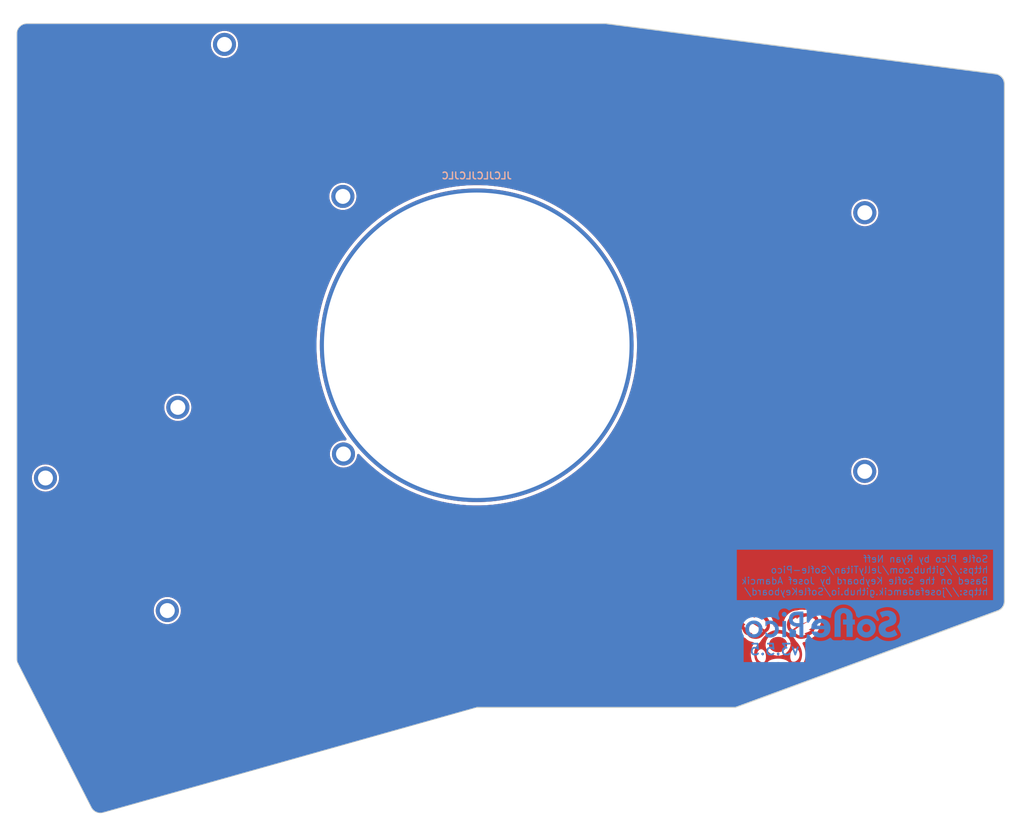
<source format=kicad_pcb>
(kicad_pcb (version 20221018) (generator pcbnew)
  (title_block (date "2024-02-11") (rev "3.5.5"))
  (layers (0 "F.Cu" signal) (31 "B.Cu" signal) (34 "B.Paste" user) (35 "F.Paste" user) (36 "B.SilkS" user "B.Silkscreen") (37 "F.SilkS" user "F.Silkscreen") (38 "B.Mask" user) (39 "F.Mask" user) (44 "Edge.Cuts" user))
  (net 0 "")
  (footprint "Sofle_Pico:backplate_hole_M2_terminate" (layer "F.Cu") (at 103.135 97.115)
    (fp_text reference "TH2" hide)
    (fp_text value "HOLE" hide)
    (pad "" thru_hole circle (at -0.025 -0.075 90) (size 3.4 3.4) (drill 2.2) (layers "*.Cu" "*.Mask" "Dwgs.User") (clearance 0.3))
  )
  (footprint "Sofle_Pico:backplate_hole_M2_terminate" (layer "F.Cu") (at 83.644033 107.525)
    (fp_text reference "TH1" hide)
    (fp_text value "HOLE" hide)
    (pad "" thru_hole circle (at -0.025 -0.075 90) (size 3.4 3.4) (drill 2.2) (layers "*.Cu" "*.Mask" "Dwgs.User") (clearance 0.3))
  )
  (footprint "Sofle_Pico:backplate_hole_M2_terminate" (layer "F.Cu") (at 101.585 127.055)
    (fp_text reference "TH8" hide)
    (fp_text value "HOLE" hide)
    (pad "" thru_hole circle (at -0.025 -0.075 90) (size 3.4 3.4) (drill 2.2) (layers "*.Cu" "*.Mask" "Dwgs.User") (clearance 0.3))
  )
  (footprint "Sofle_Pico:backplate_non-hole_EC11_v3.5.5" (layer "F.Cu") (at 97.995 111.025 180)
    (fp_text reference "SW25" hide)
    (fp_text value "Rotary_Encoder_Switch-Device" hide)
  )
  (footprint "Sofle_Pico:backplate_hole_M2_terminate" (layer "F.Cu") (at 127.435 66.035)
    (fp_text reference "TH3" hide)
    (fp_text value "HOLE" hide)
    (pad "" thru_hole circle (at -0.025 -0.075 90) (size 3.4 3.4) (drill 2.2) (layers "*.Cu" "*.Mask" "Dwgs.User") (clearance 0.3))
  )
  (footprint "Sofle_Pico:backplate_hole_M2_terminate" (layer "F.Cu") (at 204.27 106.55)
    (fp_text reference "TH6" hide)
    (fp_text value "HOLE" hide)
    (pad "" thru_hole circle (at -0.025 -0.075 90) (size 3.4 3.4) (drill 2.2) (layers "*.Cu" "*.Mask" "Dwgs.User") (clearance 0.3))
  )
  (footprint "Sofle_Pico:backplate_hole_M2_terminate" (layer "F.Cu") (at 127.525 103.985)
    (fp_text reference "TH5" hide)
    (fp_text value "HOLE" hide)
    (pad "" thru_hole circle (at -0.025 -0.075 90) (size 3.4 3.4) (drill 2.2) (layers "*.Cu" "*.Mask" "Dwgs.User") (clearance 0.3))
  )
  (footprint "Sofle_Pico:backplate_hole_M2_terminate" (layer "F.Cu") (at 204.285 68.435)
    (fp_text reference "TH4" hide)
    (fp_text value "HOLE" hide)
    (pad "" thru_hole circle (at -0.025 -0.075 90) (size 3.4 3.4) (drill 2.2) (layers "*.Cu" "*.Mask" "Dwgs.User") (clearance 0.3))
  )
  (footprint "Sofle_Pico:backplate_hole_M2_terminate" (layer "F.Cu") (at 110.005 43.642432)
    (fp_text reference "TH7" hide)
    (fp_text value "HOLE" hide)
    (pad "" thru_hole circle (at -0.025 -0.075 90) (size 3.4 3.4) (drill 2.2) (layers "*.Cu" "*.Mask" "Dwgs.User") (clearance 0.3))
  )
  (footprint "Sofle_Pico:Sofle Pico Logo copper" (layer "F.Cu") (at 191.545 131.885)
    (fp_text reference "REF**" hide)
    (fp_text value "Sofle Pico Logo copper" hide)
    (fp_poly (pts (xy -3.387048 -4.521368) (xy -3.347278 -4.519777) (xy -3.307413 -4.517242) (xy -3.267498 -4.513748) (xy -3.227583 -4.509279) (xy -3.187713 -4.50382) (xy -3.147937 -4.497354) (xy -3.108302 -4.489867) (xy -3.068854 -4.481341) (xy -3.029641 -4.471762) (xy -2.990711 -4.461114) (xy -2.952111 -4.449381) (xy -2.913887 -4.436547) (xy -2.876088 -4.422597) (xy -2.83876 -4.407514) (xy -2.757808 -4.410971) (xy -2.67615 -4.408638) (xy -2.594075 -4.400644) (xy -2.511873 -4.387116) (xy -2.429834 -4.368184) (xy -2.34825 -4.343976) (xy -2.267409 -4.314621) (xy -2.187602 -4.280247) (xy -2.109119 -4.240983) (xy -2.032251 -4.196958) (xy -1.957287 -4.1483) (xy -1.884517 -4.095137) (xy -1.814233 -4.037599) (xy -1.746723 -3.975813) (xy -1.682279 -3.909909) (xy -1.62119 -3.840015) (xy -1.563746 -3.766259) (xy -1.510238 -3.688771) (xy -1.460955 -3.607679) (xy -1.416189 -3.523111) (xy -1.376228 -3.435196) (xy -1.341364 -3.344062) (xy -1.311886 -3.249839) (xy -1.288085 -3.152654) (xy -1.27025 -3.052636) (xy -1.258672 -2.949915) (xy -1.253642 -2.844618) (xy -1.255448 -2.736874) (xy -1.264382 -2.626812) (xy -1.280733 -2.51456) (xy -1.304792 -2.400246) (xy -1.336849 -2.284) (xy -1.354922 -2.238251) (xy -1.375187 -2.193539) (xy -1.397558 -2.149913) (xy -1.421952 -2.107423) (xy -1.448285 -2.066117) (xy -1.476471 -2.026045) (xy -1.506428 -1.987255) (xy -1.538071 -1.949797) (xy -1.571315 -1.913719) (xy -1.606076 -1.87907) (xy -1.64227 -1.845899) (xy -1.679814 -1.814256) (xy -1.718622 -1.784188) (xy -1.758611 -1.755746) (xy -1.799696 -1.728978) (xy -1.841792 -1.703933) (xy -1.890629 -1.629738) (xy -1.940463 -1.558343) (xy -1.991546 -1.489673) (xy -2.044134 -1.423655) (xy -2.098481 -1.360215) (xy -2.154841 -1.299278) (xy -2.213468 -1.24077) (xy -2.274617 -1.184617) (xy -2.33854 -1.130745) (xy -2.405494 -1.07908) (xy -2.475732 -1.029548) (xy -2.549507 -0.982075) (xy -2.627075 -0.936586) (xy -2.70869 -0.893008) (xy -2.794605 -0.851266) (xy -2.885075 -0.811287) (xy -2.962891 -0.79064) (xy -3.052791 -0.774146) (xy -3.152802 -0.76228) (xy -3.260953 -0.755513) (xy -3.375271 -0.754319) (xy -3.493787 -0.759172) (xy -3.614526 -0.770543) (xy -3.735518 -0.788905) (xy -3.854791 -0.814733) (xy -3.970373 -0.848498) (xy -4.026164 -0.868506) (xy -4.080292 -0.890675) (xy -4.132512 -0.915064) (xy -4.182577 -0.941734) (xy -4.23024 -0.970744) (xy -4.275255 -1.002151) (xy -4.317376 -1.036016) (xy -4.356355 -1.072397) (xy -4.391947 -1.111355) (xy -4.423905 -1.152946) (xy -4.451983 -1.197232) (xy -4.475934 -1.244271) (xy -4.551064 -1.272576) (xy -4.597217 -1.29149) (xy -4.64789 -1.314283) (xy -4.702179 -1.341483) (xy -4.75918 -1.373621) (xy -4.817989 -1.411223) (xy -4.877703 -1.45482) (xy -4.937417 -1.504941) (xy -4.996228 -1.562113) (xy -5.025012 -1.593509) (xy -5.053231 -1.626866) (xy -5.080773 -1.66225) (xy -5.107523 -1.699728) (xy -5.13337 -1.739366) (xy -5.1582 -1.781229) (xy -5.181901 -1.825384) (xy -5.204359 -1.871897) (xy -5.225461 -1.920834) (xy -5.245094 -1.972261) (xy -5.263145 -2.026244) (xy -5.279502 -2.08285) (xy -5.316471 -2.118302) (xy -5.351215 -2.156768) (xy -5.383704 -2.197939) (xy -5.413908 -2.241502) (xy -5.441797 -2.287148) (xy -5.467341 -2.334567) (xy -5.490511 -2.383447) (xy -5.511276 -2.433479) (xy -5.529606 -2.484351) (xy -5.545472 -2.535753) (xy -5.558843 -2.587375) (xy -5.56969 -2.638905) (xy -5.577983 -2.690034) (xy -5.583691 -2.740452) (xy -5.586785 -2.789846) (xy -5.587235 -2.837907) (xy -5.607182 -2.865858) (xy -5.62606 -2.895127) (xy -5.643915 -2.925578) (xy -5.660792 -2.957075) (xy -5.676736 -2.989482) (xy -5.691792 -3.022661) (xy -5.706006 -3.056476) (xy -5.719423 -3.090792) (xy -5.744047 -3.160377) (xy -5.766027 -3.230325) (xy -5.785724 -3.299545) (xy -5.803501 -3.366945) (xy -5.811963 -3.405845) (xy -5.819853 -3.444962) (xy -5.826919 -3.484269) (xy -5.832907 -3.523744) (xy -5.837566 -3.56336) (xy -5.839317 -3.583214) (xy -5.840641 -3.603095) (xy -5.841506 -3.622998) (xy -5.841756 -3.636308) (xy -5.377817 -3.636308) (xy -5.37248 -3.574614) (xy -5.362912 -3.515713) (xy -5.349511 -3.459545) (xy -5.332675 -3.40605) (xy -5.312803 -3.355168) (xy -5.290293 -3.306839) (xy -5.265545 -3.261002) (xy -5.238955 -3.217599) (xy -5.210924 -3.176568) (xy -5.18185 -3.13785) (xy -5.122164 -3.067112) (xy -5.063087 -3.004904) (xy -5.007806 -2.950747) (xy -4.95951 -2.90416) (xy -4.921386 -2.864663) (xy -4.907136 -2.847423) (xy -4.896624 -2.831775) (xy -4.890249 -2.81766) (xy -4.888411 -2.805017) (xy -4.891506 -2.793786) (xy -4.899935 -2.783907) (xy -4.914094 -2.775321) (xy -4.934384 -2.767966) (xy -4.961202 -2.761784) (xy -4.994947 -2.756714) (xy -5.084811 -2.74967) (xy -5.076591 -2.695649) (xy -5.063411 -2.644223) (xy -5.045759 -2.595337) (xy -5.024116 -2.548939) (xy -4.99897 -2.504976) (xy -4.970804 -2.463395) (xy -4.940102 -2.424143) (xy -4.907349 -2.387166) (xy -4.873031 -2.352412) (xy -4.837631 -2.319828) (xy -4.765526 -2.260958) (xy -4.69491 -2.210131) (xy -4.629661 -2.166923) (xy -4.53077 -2.101669) (xy -4.515459 -2.089455) (xy -4.504882 -2.078775) (xy -4.499524 -2.069575) (xy -4.499869 -2.061804) (xy -4.506402 -2.055407) (xy -4.519607 -2.050332) (xy -4.539969 -2.046526) (xy -4.567973 -2.043936) (xy -4.648844 -2.042192) (xy -4.766097 -2.044674) (xy -4.746229 -2.006548) (xy -4.721006 -1.970597) (xy -4.690952 -1.936718) (xy -4.656588 -1.904809) (xy -4.618437 -1.874766) (xy -4.577021 -1.846486) (xy -4.532863 -1.819868) (xy -4.486485 -1.794807) (xy -4.38916 -1.748949) (xy -4.289223 -1.70809) (xy -4.098234 -1.638078) (xy -4.015541 -1.60728) (xy -3.946953 -1.578191) (xy -3.919255 -1.564031) (xy -3.89665 -1.549989) (xy -3.879662 -1.535963) (xy -3.868812 -1.52185) (xy -3.864623 -1.507548) (xy -3.867618 -1.492953) (xy -3.878318 -1.477963) (xy -3.897246 -1.462475) (xy -3.924925 -1.446386) (xy -3.961876 -1.429594) (xy -4.008623 -1.411995) (xy -4.065688 -1.393487) (xy -3.978312 -1.347735) (xy -3.884367 -1.305502) (xy -3.784545 -1.26824) (xy -3.679543 -1.237401) (xy -3.570057 -1.214438) (xy -3.456781 -1.200804) (xy -3.398939 -1.197939) (xy -3.34041 -1.197952) (xy -3.281282 -1.201022) (xy -3.221641 -1.207333) (xy -3.161575 -1.217066) (xy -3.101169 -1.230402) (xy -3.040511 -1.247523) (xy -2.979688 -1.26861) (xy -2.918787 -1.293845) (xy -2.857895 -1.32341) (xy -2.797098 -1.357486) (xy -2.736484 -1.396255) (xy -2.67614 -1.439899) (xy -2.616152 -1.488598) (xy -2.556607 -1.542535) (xy -2.497592 -1.601891) (xy -2.439195 -1.666848) (xy -2.381502 -1.737587) (xy -2.324599 -1.81429) (xy -2.268575 -1.897138) (xy -2.336873 -1.969568) (xy -2.412153 -2.043549) (xy -2.494663 -2.119147) (xy -2.584651 -2.196429) (xy -2.682365 -2.27546) (xy -2.788055 -2.356307) (xy -3.024355 -2.523714) (xy -3.29554 -2.69918) (xy -3.603597 -2.883233) (xy -3.950514 -3.076405) (xy -4.338281 -3.279224) (xy -4.180226 -3.225083) (xy -4.024199 -3.168644) (xy -3.870266 -3.109832) (xy -3.718492 -3.048575) (xy -3.568945 -2.9848) (xy -3.421691 -2.918433) (xy -3.276795 -2.849403) (xy -3.134325 -2.777637) (xy -2.994347 -2.70306) (xy -2.856926 -2.625601) (xy -2.72213 -2.545185) (xy -2.590025 -2.461742) (xy -2.460677 -2.375196) (xy -2.334153 -2.285476) (xy -2.210518 -2.192509) (xy -2.089839 -2.096221) (xy -2.025031 -2.13412) (xy -1.966862 -2.176469) (xy -1.915202 -2.222943) (xy -1.86992 -2.273213) (xy -1.830884 -2.326952) (xy -1.797962 -2.383835) (xy -1.771023 -2.443533) (xy -1.749936 -2.505719) (xy -1.734569 -2.570068) (xy -1.724791 -2.63625) (xy -1.720471 -2.703941) (xy -1.721476 -2.772811) (xy -1.727676 -2.842536) (xy -1.738939 -2.912786) (xy -1.755133 -2.983236) (xy -1.776128 -3.053559) (xy -1.801792 -3.123426) (xy -1.831993 -3.192512) (xy -1.8666 -3.26049) (xy -1.905482 -3.327031) (xy -1.948506 -3.39181) (xy -1.995543 -3.454498) (xy -2.046459 -3.51477) (xy -2.101125 -3.572298) (xy -2.159407 -3.626755) (xy -2.221176 -3.677814) (xy -2.2863 -3.725148) (xy -2.354646 -3.76843) (xy -2.426084 -3.807333) (xy -2.500482 -3.84153) (xy -2.57771 -3.870693) (xy -2.657634 -3.894496) (xy -2.653602 -3.850806) (xy -2.652243 -3.813984) (xy -2.653469 -3.783668) (xy -2.65719 -3.759494) (xy -2.663318 -3.741099) (xy -2.671765 -3.728121) (xy -2.68244 -3.720196) (xy -2.695256 -3.716961) (xy -2.710123 -3.718053) (xy -2.726952 -3.723108) (xy -2.745656 -3.731764) (xy -2.766144 -3.743658) (xy -2.812119 -3.775704) (xy -2.864166 -3.816343) (xy -2.983636 -3.911778) (xy -3.049636 -3.960763) (xy -3.118865 -4.006721) (xy -3.154469 -4.027656) (xy -3.190613 -4.046745) (xy -3.227209 -4.063625) (xy -3.264167 -4.077932) (xy -3.3014 -4.089303) (xy -3.338818 -4.097376) (xy -3.376332 -4.101786) (xy -3.413854 -4.102171) (xy -3.423852 -4.101546) (xy -3.433846 -4.1006) (xy -3.443832 -4.099325) (xy -3.45381 -4.097718) (xy -3.463774 -4.09577) (xy -3.473724 -4.093477) (xy -3.483655 -4.090833) (xy -3.493565 -4.087831) (xy -3.458978 -4.003335) (xy -3.448762 -3.970188) (xy -3.44303 -3.942637) (xy -3.441603 -3.920326) (xy -3.444306 -3.902901) (xy -3.45096 -3.890007) (xy -3.46139 -3.881291) (xy -3.475418 -3.876397) (xy -3.492868 -3.874972) (xy -3.513562 -3.876659) (xy -3.537324 -3.881106) (xy -3.593342 -3.89686) (xy -3.659507 -3.919396) (xy -3.816616 -3.97347) (xy -3.90473 -3.999338) (xy -3.997329 -4.020643) (xy -4.044869 -4.0287) (xy -4.092999 -4.034552) (xy -4.141542 -4.037846) (xy -4.190323 -4.038227) (xy -4.239163 -4.035341) (xy -4.287886 -4.028833) (xy -4.336315 -4.018349) (xy -4.384273 -4.003534) (xy -4.321742 -3.93189) (xy -4.284102 -3.880529) (xy -4.274062 -3.861531) (xy -4.26958 -3.846495) (xy -4.270434 -3.835053) (xy -4.276402 -3.826835) (xy -4.287264 -3.82147) (xy -4.302797 -3.818591) (xy -4.346991 -3.818811) (xy -4.481683 -3.832816) (xy -4.568635 -3.840691) (xy -4.666295 -3.845209) (xy -4.772889 -3.843414) (xy -4.886644 -3.83235) (xy -4.945653 -3.822419) (xy -5.005787 -3.809062) (xy -5.066825 -3.791911) (xy -5.128546 -3.770596) (xy -5.190727 -3.744748) (xy -5.253147 -3.713997) (xy -5.315584 -3.677973) (xy -5.377817 -3.636308) (xy -5.841756 -3.636308) (xy -5.841881 -3.642922) (xy -5.841733 -3.662862) (xy -5.841031 -3.682817) (xy -5.839908 -3.703121) (xy -5.837717 -3.72331) (xy -5.834477 -3.743339) (xy -5.830208 -3.76316) (xy -5.82493 -3.782725) (xy -5.818661 -3.801988) (xy -5.811423 -3.820901) (xy -5.803233 -3.839418) (xy -5.794113 -3.857491) (xy -5.78408 -3.875073) (xy -5.773156 -3.892117) (xy -5.761358 -3.908576) (xy -5.748708 -3.924403) (xy -5.735224 -3.93955) (xy -5.720926 -3.953971) (xy -5.705833 -3.967619) (xy -5.662607 -4.001239) (xy -5.618152 -4.033146) (xy -5.572539 -4.063333) (xy -5.52584 -4.091795) (xy -5.478125 -4.118524) (xy -5.429467 -4.143515) (xy -5.379936 -4.166761) (xy -5.329604 -4.188255) (xy -5.278542 -4.207992) (xy -5.226821 -4.225966) (xy -5.174513 -4.242169) (xy -5.121689 -4.256595) (xy -5.06842 -4.269239) (xy -5.014777 -4.280093) (xy -4.960833 -4.289153) (xy -4.906657 -4.29641) (xy -4.885024 -4.310254) (xy -4.862945 -4.322861) (xy -4.840438 -4.334368) (xy -4.817523 -4.344913) (xy -4.794219 -4.354635) (xy -4.770547 -4.363671) (xy -4.722175 -4.380241) (xy -4.621868 -4.411231) (xy -4.570247 -4.427862) (xy -4.544138 -4.436945) (xy -4.517856 -4.446724) (xy -4.479296 -4.458176) (xy -4.43896 -4.468457) (xy -4.397096 -4.477541) (xy -4.353949 -4.485405) (xy -4.309765 -4.492027) (xy -4.26479 -4.497382) (xy -4.219272 -4.501447) (xy -4.173454 -4.504199) (xy -4.127585 -4.505614) (xy -4.08191 -4.505669) (xy -4.036675 -4.50434) (xy -3.992126 -4.501603) (xy -3.948509 -4.497436) (xy -3.906071 -4.491814) (xy -3.865058 -4.484715) (xy -3.825715 -4.476115) (xy -3.783392 -4.485861) (xy -3.740155 -4.494508) (xy -3.696085 -4.502029) (xy -3.651265 -4.508397) (xy -3.605776 -4.513583) (xy -3.5597 -4.517562) (xy -3.513118 -4.520304) (xy -3.466112 -4.521784) (xy -3.426675 -4.522032)) (stroke (width 0.022619)) (fill solid) (layer "F.Cu"))
    (fp_poly (pts (xy 3.466113 -4.521784) (xy 3.513119 -4.520304) (xy 3.559701 -4.517562) (xy 3.605778 -4.513583) (xy 3.651267 -4.508397) (xy 3.696087 -4.502029) (xy 3.740156 -4.494508) (xy 3.783393 -4.485861) (xy 3.825716 -4.476115) (xy 3.865059 -4.484715) (xy 3.906072 -4.491814) (xy 3.94851 -4.497436) (xy 3.992127 -4.501603) (xy 4.036676 -4.50434) (xy 4.081911 -4.505669) (xy 4.127586 -4.505614) (xy 4.173456 -4.504199) (xy 4.219273 -4.501447) (xy 4.264792 -4.497382) (xy 4.309766 -4.492027) (xy 4.35395 -4.485405) (xy 4.397097 -4.477541) (xy 4.438962 -4.468457) (xy 4.479297 -4.458176) (xy 4.517858 -4.446724) (xy 4.544139 -4.436945) (xy 4.570248 -4.427862) (xy 4.621869 -4.411231) (xy 4.722176 -4.380241) (xy 4.770548 -4.363671) (xy 4.79422 -4.354635) (xy 4.817524 -4.344913) (xy 4.840439 -4.334368) (xy 4.862946 -4.322861) (xy 4.885026 -4.310254) (xy 4.906658 -4.29641) (xy 4.960834 -4.289153) (xy 5.014779 -4.280093) (xy 5.068421 -4.269239) (xy 5.12169 -4.256595) (xy 5.174514 -4.242169) (xy 5.226822 -4.225966) (xy 5.278543 -4.207992) (xy 5.329605 -4.188255) (xy 5.379937 -4.166761) (xy 5.429468 -4.143515) (xy 5.478126 -4.118524) (xy 5.525841 -4.091795) (xy 5.57254 -4.063333) (xy 5.618153 -4.033146) (xy 5.662608 -4.001239) (xy 5.705834 -3.967619) (xy 5.720926 -3.953971) (xy 5.735225 -3.93955) (xy 5.748709 -3.924403) (xy 5.761359 -3.908576) (xy 5.773157 -3.892117) (xy 5.784081 -3.875073) (xy 5.794114 -3.857491) (xy 5.803234 -3.839418) (xy 5.811424 -3.820901) (xy 5.818662 -3.801988) (xy 5.824931 -3.782725) (xy 5.830209 -3.76316) (xy 5.834478 -3.743339) (xy 5.837718 -3.72331) (xy 5.839909 -3.703121) (xy 5.841032 -3.682817) (xy 5.841734 -3.662862) (xy 5.841882 -3.642922) (xy 5.841507 -3.622998) (xy 5.840642 -3.603095) (xy 5.839318 -3.583214) (xy 5.837567 -3.56336) (xy 5.832908 -3.523744) (xy 5.82692 -3.484269) (xy 5.819854 -3.444962) (xy 5.811964 -3.405845) (xy 5.803502 -3.366945) (xy 5.785725 -3.299545) (xy 5.766028 -3.230325) (xy 5.744048 -3.160377) (xy 5.719424 -3.090792) (xy 5.706007 -3.056476) (xy 5.691793 -3.022661) (xy 5.676737 -2.989482) (xy 5.660793 -2.957075) (xy 5.643916 -2.925578) (xy 5.626062 -2.895127) (xy 5.607183 -2.865858) (xy 5.587237 -2.837907) (xy 5.586787 -2.789846) (xy 5.583692 -2.740452) (xy 5.577984 -2.690034) (xy 5.569691 -2.638905) (xy 5.558845 -2.587375) (xy 5.545473 -2.535753) (xy 5.529607 -2.484351) (xy 5.511277 -2.433479) (xy 5.490512 -2.383447) (xy 5.467342 -2.334567) (xy 5.441798 -2.287148) (xy 5.413909 -2.241502) (xy 5.383705 -2.197939) (xy 5.351216 -2.156768) (xy 5.316472 -2.118302) (xy 5.279503 -2.08285) (xy 5.263146 -2.026244) (xy 5.245095 -1.972261) (xy 5.225461 -1.920834) (xy 5.204359 -1.871897) (xy 5.181902 -1.825384) (xy 5.158201 -1.781229) (xy 5.133371 -1.739366) (xy 5.107524 -1.699728) (xy 5.080774 -1.66225) (xy 5.053232 -1.626866) (xy 5.025013 -1.593509) (xy 4.996229 -1.562113) (xy 4.937418 -1.504941) (xy 4.877704 -1.45482) (xy 4.81799 -1.411223) (xy 4.759181 -1.373621) (xy 4.70218 -1.341483) (xy 4.647891 -1.314283) (xy 4.597219 -1.29149) (xy 4.551066 -1.272576) (xy 4.475935 -1.244271) (xy 4.451984 -1.197232) (xy 4.423907 -1.152946) (xy 4.391948 -1.111355) (xy 4.356356 -1.072398) (xy 4.317377 -1.036016) (xy 4.275256 -1.002151) (xy 4.230241 -0.970744) (xy 4.182578 -0.941735) (xy 4.132513 -0.915065) (xy 4.080293 -0.890675) (xy 4.026165 -0.868506) (xy 3.970374 -0.848499) (xy 3.854792 -0.814733) (xy 3.735519 -0.788905) (xy 3.614527 -0.770543) (xy 3.493788 -0.759172) (xy 3.375273 -0.754319) (xy 3.260954 -0.755513) (xy 3.152803 -0.76228) (xy 3.052792 -0.774146) (xy 2.962892 -0.79064) (xy 2.885076 -0.811287) (xy 2.794606 -0.851266) (xy 2.708691 -0.893008) (xy 2.627076 -0.936586) (xy 2.549508 -0.982075) (xy 2.475733 -1.029548) (xy 2.405495 -1.07908) (xy 2.338541 -1.130745) (xy 2.274617 -1.184617) (xy 2.213469 -1.24077) (xy 2.154842 -1.299278) (xy 2.098482 -1.360215) (xy 2.044135 -1.423655) (xy 1.991547 -1.489673) (xy 1.940463 -1.558343) (xy 1.89063 -1.629738) (xy 1.841793 -1.703933) (xy 1.799696 -1.728978) (xy 1.758611 -1.755746) (xy 1.718623 -1.784188) (xy 1.679815 -1.814256) (xy 1.642271 -1.845899) (xy 1.606077 -1.87907) (xy 1.571315 -1.913719) (xy 1.538071 -1.949797) (xy 1.506429 -1.987255) (xy 1.476472 -2.026045) (xy 1.448286 -2.066117) (xy 1.421953 -2.107423) (xy 1.397559 -2.149913) (xy 1.375188 -2.193539) (xy 1.354923 -2.238251) (xy 1.33685 -2.284) (xy 1.304793 -2.400246) (xy 1.280734 -2.51456) (xy 1.264383 -2.626812) (xy 1.258122 -2.703941) (xy 1.720471 -2.703941) (xy 1.724791 -2.63625) (xy 1.734569 -2.570068) (xy 1.749936 -2.505719) (xy 1.771023 -2.443533) (xy 1.797962 -2.383835) (xy 1.830884 -2.326952) (xy 1.86992 -2.273213) (xy 1.915203 -2.222943) (xy 1.966862 -2.176469) (xy 2.025031 -2.13412) (xy 2.08984 -2.096221) (xy 2.210518 -2.192509) (xy 2.334153 -2.285476) (xy 2.460677 -2.375196) (xy 2.590025 -2.461742) (xy 2.72213 -2.545185) (xy 2.856926 -2.625601) (xy 2.994346 -2.70306) (xy 3.134325 -2.777637) (xy 3.276795 -2.849403) (xy 3.42169 -2.918433) (xy 3.568945 -2.9848) (xy 3.718492 -3.048575) (xy 3.870266 -3.109832) (xy 4.024199 -3.168644) (xy 4.180226 -3.225083) (xy 4.338281 -3.279224) (xy 3.950514 -3.076405) (xy 3.603597 -2.883233) (xy 3.29554 -2.69918) (xy 3.024356 -2.523714) (xy 2.788055 -2.356307) (xy 2.682365 -2.27546) (xy 2.584651 -2.196429) (xy 2.494663 -2.119147) (xy 2.412153 -2.043549) (xy 2.336873 -1.969568) (xy 2.268575 -1.897138) (xy 2.324599 -1.81429) (xy 2.381502 -1.737587) (xy 2.439195 -1.666848) (xy 2.497592 -1.601891) (xy 2.556607 -1.542535) (xy 2.616152 -1.488598) (xy 2.67614 -1.439899) (xy 2.736485 -1.396255) (xy 2.797099 -1.357486) (xy 2.857895 -1.32341) (xy 2.918788 -1.293845) (xy 2.979689 -1.26861) (xy 3.040512 -1.247523) (xy 3.101169 -1.230402) (xy 3.161575 -1.217066) (xy 3.221642 -1.207333) (xy 3.281283 -1.201022) (xy 3.340411 -1.197952) (xy 3.398939 -1.197939) (xy 3.456781 -1.200804) (xy 3.570057 -1.214438) (xy 3.679544 -1.237401) (xy 3.784545 -1.26824) (xy 3.884367 -1.305502) (xy 3.978312 -1.347735) (xy 4.065687 -1.393487) (xy 4.008623 -1.411995) (xy 3.961876 -1.429594) (xy 3.924924 -1.446386) (xy 3.897246 -1.462475) (xy 3.878317 -1.477963) (xy 3.867617 -1.492953) (xy 3.864623 -1.507548) (xy 3.868812 -1.52185) (xy 3.879662 -1.535963) (xy 3.89665 -1.549989) (xy 3.919254 -1.564031) (xy 3.946952 -1.578191) (xy 4.01554 -1.60728) (xy 4.098234 -1.638078) (xy 4.289223 -1.70809) (xy 4.389159 -1.748949) (xy 4.486485 -1.794807) (xy 4.532863 -1.819868) (xy 4.577021 -1.846486) (xy 4.618437 -1.874766) (xy 4.656588 -1.904809) (xy 4.690952 -1.936718) (xy 4.721006 -1.970597) (xy 4.746229 -2.006548) (xy 4.766097 -2.044674) (xy 4.648844 -2.042192) (xy 4.567973 -2.043936) (xy 4.539969 -2.046526) (xy 4.519607 -2.050332) (xy 4.506402 -2.055407) (xy 4.499869 -2.061804) (xy 4.499524 -2.069575) (xy 4.504882 -2.078775) (xy 4.515459 -2.089455) (xy 4.53077 -2.101669) (xy 4.629661 -2.166923) (xy 4.69491 -2.210131) (xy 4.765526 -2.260958) (xy 4.837631 -2.319828) (xy 4.873031 -2.352412) (xy 4.90735 -2.387166) (xy 4.940102 -2.424143) (xy 4.970804 -2.463395) (xy 4.99897 -2.504976) (xy 5.024117 -2.548939) (xy 5.045759 -2.595337) (xy 5.063411 -2.644223) (xy 5.076591 -2.695649) (xy 5.084811 -2.74967) (xy 4.994947 -2.756714) (xy 4.961202 -2.761784) (xy 4.934384 -2.767966) (xy 4.914094 -2.775321) (xy 4.899934 -2.783907) (xy 4.891506 -2.793786) (xy 4.88841 -2.805017) (xy 4.890249 -2.81766) (xy 4.896624 -2.831775) (xy 4.907136 -2.847423) (xy 4.921386 -2.864663) (xy 4.95951 -2.90416) (xy 5.007806 -2.950747) (xy 5.063087 -3.004904) (xy 5.122164 -3.067112) (xy 5.18185 -3.13785) (xy 5.210924 -3.176568) (xy 5.238956 -3.217599) (xy 5.265545 -3.261002) (xy 5.290293 -3.306839) (xy 5.312803 -3.355168) (xy 5.332675 -3.40605) (xy 5.349511 -3.459545) (xy 5.362912 -3.515713) (xy 5.372481 -3.574614) (xy 5.377817 -3.636308) (xy 5.315584 -3.677973) (xy 5.253147 -3.713997) (xy 5.190727 -3.744748) (xy 5.128546 -3.770596) (xy 5.066826 -3.791911) (xy 5.005788 -3.809062) (xy 4.945653 -3.822419) (xy 4.886644 -3.83235) (xy 4.772889 -3.843414) (xy 4.666295 -3.845209) (xy 4.568636 -3.840691) (xy 4.481683 -3.832816) (xy 4.346991 -3.818811) (xy 4.302797 -3.818591) (xy 4.287264 -3.82147) (xy 4.276403 -3.826835) (xy 4.270434 -3.835053) (xy 4.26958 -3.846495) (xy 4.274062 -3.861531) (xy 4.284102 -3.880529) (xy 4.321742 -3.93189) (xy 4.384273 -4.003534) (xy 4.336315 -4.018349) (xy 4.287886 -4.028833) (xy 4.239163 -4.035341) (xy 4.190323 -4.038227) (xy 4.141542 -4.037846) (xy 4.092999 -4.034552) (xy 4.044869 -4.0287) (xy 3.997329 -4.020643) (xy 3.90473 -3.999338) (xy 3.816617 -3.97347) (xy 3.659507 -3.919396) (xy 3.593342 -3.89686) (xy 3.537324 -3.881106) (xy 3.513562 -3.876659) (xy 3.492868 -3.874972) (xy 3.475419 -3.876397) (xy 3.46139 -3.881291) (xy 3.45096 -3.890007) (xy 3.444306 -3.902901) (xy 3.441603 -3.920326) (xy 3.44303 -3.942637) (xy 3.448762 -3.970188) (xy 3.458977 -4.003335) (xy 3.493565 -4.087831) (xy 3.483655 -4.090833) (xy 3.473724 -4.093477) (xy 3.463774 -4.09577) (xy 3.45381 -4.097718) (xy 3.443832 -4.099325) (xy 3.433846 -4.1006) (xy 3.423852 -4.101546) (xy 3.413854 -4.102171) (xy 3.376332 -4.101786) (xy 3.338818 -4.097376) (xy 3.3014 -4.089303) (xy 3.264167 -4.077932) (xy 3.227209 -4.063625) (xy 3.190613 -4.046745) (xy 3.154469 -4.027656) (xy 3.118866 -4.006721) (xy 3.049636 -3.960763) (xy 2.983636 -3.911778) (xy 2.864167 -3.816343) (xy 2.812119 -3.775704) (xy 2.766144 -3.743658) (xy 2.745656 -3.731764) (xy 2.726953 -3.723108) (xy 2.710123 -3.718053) (xy 2.695256 -3.716961) (xy 2.68244 -3.720196) (xy 2.671765 -3.728121) (xy 2.663319 -3.741099) (xy 2.65719 -3.759494) (xy 2.653469 -3.783668) (xy 2.652243 -3.813984) (xy 2.653602 -3.850806) (xy 2.657634 -3.894496) (xy 2.577709 -3.870693) (xy 2.500482 -3.84153) (xy 2.426084 -3.807333) (xy 2.354646 -3.76843) (xy 2.286299 -3.725148) (xy 2.221176 -3.677814) (xy 2.159407 -3.626755) (xy 2.101124 -3.572298) (xy 2.046459 -3.51477) (xy 1.995542 -3.454498) (xy 1.948506 -3.39181) (xy 1.905481 -3.327031) (xy 1.8666 -3.26049) (xy 1.831993 -3.192512) (xy 1.801792 -3.123426) (xy 1.776128 -3.053559) (xy 1.755133 -2.983236) (xy 1.738939 -2.912786) (xy 1.727676 -2.842536) (xy 1.721476 -2.772811) (xy 1.720471 -2.703941) (xy 1.258122 -2.703941) (xy 1.255449 -2.736874) (xy 1.253642 -2.844618) (xy 1.258673 -2.949915) (xy 1.270251 -3.052636) (xy 1.288086 -3.152654) (xy 1.311887 -3.249839) (xy 1.341365 -3.344062) (xy 1.376229 -3.435196) (xy 1.416189 -3.523111) (xy 1.460956 -3.607679) (xy 1.510238 -3.688771) (xy 1.563747 -3.766259) (xy 1.62119 -3.840015) (xy 1.68228 -3.909909) (xy 1.746724 -3.975813) (xy 1.814234 -4.037598) (xy 1.884518 -4.095137) (xy 1.957288 -4.1483) (xy 2.032252 -4.196958) (xy 2.10912 -4.240983) (xy 2.187603 -4.280247) (xy 2.26741 -4.314621) (xy 2.348251 -4.343976) (xy 2.429835 -4.368184) (xy 2.511874 -4.387116) (xy 2.594076 -4.400644) (xy 2.676151 -4.408638) (xy 2.75781 -4.410971) (xy 2.838761 -4.407514) (xy 2.876089 -4.422597) (xy 2.913888 -4.436547) (xy 2.952112 -4.449381) (xy 2.990712 -4.461114) (xy 3.029642 -4.471762) (xy 3.068855 -4.481341) (xy 3.108302 -4.489867) (xy 3.147938 -4.497354) (xy 3.187714 -4.50382) (xy 3.227584 -4.509279) (xy 3.267499 -4.513748) (xy 3.307414 -4.517242) (xy 3.34728 -4.519777) (xy 3.38705 -4.521368) (xy 3.426677 -4.522032)) (stroke (width 0.022619)) (fill solid) (layer "F.Cu"))
    (fp_poly (pts (xy -0.047356 -2.071293) (xy 0.180033 -2.055301) (xy 0.396063 -2.029179) (xy 0.601394 -1.992567) (xy 0.700253 -1.970215) (xy 0.796686 -1.945104) (xy 0.890773 -1.917191) (xy 0.982599 -1.88643) (xy 1.072245 -1.852776) (xy 1.159795 -1.816184) (xy 1.24533 -1.776608) (xy 1.328933 -1.734005) (xy 1.410687 -1.688327) (xy 1.490674 -1.639532) (xy 1.568978 -1.587572) (xy 1.645679 -1.532404) (xy 1.720862 -1.473982) (xy 1.794608 -1.412261) (xy 1.867 -1.347196) (xy 1.938121 -1.278742) (xy 2.07688 -1.131487) (xy 2.211544 -0.970133) (xy 2.342773 -0.794322) (xy 2.47123 -0.603692) (xy 2.597572 -0.397881) (xy 2.712463 -0.281833) (xy 2.82128 -0.160339) (xy 2.923546 -0.033595) (xy 3.01878 0.098201) (xy 3.106505 0.234854) (xy 3.186239 0.376169) (xy 3.257505 0.521949) (xy 3.319823 0.671997) (xy 3.372714 0.826119) (xy 3.415698 0.984118) (xy 3.448297 1.145798) (xy 3.470031 1.310963) (xy 3.480421 1.479417) (xy 3.478988 1.650964) (xy 3.465252 1.825409) (xy 3.438735 2.002554) (xy 3.420639 2.090108) (xy 3.399542 2.174377) (xy 3.375633 2.255417) (xy 3.349098 2.333285) (xy 3.320126 2.408037) (xy 3.288903 2.479728) (xy 3.255617 2.548416) (xy 3.220457 2.614157) (xy 3.183608 2.677005) (xy 3.14526 2.737019) (xy 3.105598 2.794253) (xy 3.064811 2.848765) (xy 3.023087 2.90061) (xy 2.980612 2.949845) (xy 2.937575 2.996525) (xy 2.894162 3.040708) (xy 2.806962 3.121804) (xy 2.72051 3.193582) (xy 2.636307 3.256491) (xy 2.555853 3.310983) (xy 2.480649 3.357506) (xy 2.412194 3.396509) (xy 2.301531 3.453757) (xy 2.248929 3.526839) (xy 2.194245 3.597001) (xy 2.079014 3.728713) (xy 1.956604 3.8492) (xy 1.827779 3.958768) (xy 1.693305 4.057722) (xy 1.553944 4.14637) (xy 1.410463 4.225018) (xy 1.263626 4.29397) (xy 1.114197 4.353535) (xy 0.962942 4.404018) (xy 0.810624 4.445725) (xy 0.65801 4.478963) (xy 0.505863 4.504037) (xy 0.354948 4.521254) (xy 0.206029 4.530921) (xy 0.059872 4.533342) (xy -0.094218 4.530022) (xy -0.251396 4.519569) (xy -0.410838 4.50167) (xy -0.571721 4.476012) (xy -0.733223 4.442279) (xy -0.894521 4.40016) (xy -1.054792 4.34934) (xy -1.213214 4.289505) (xy -1.368965 4.220341) (xy -1.521221 4.141536) (xy -1.66916 4.052775) (xy -1.811959 3.953744) (xy -1.948796 3.844131) (xy -2.014722 3.785257) (xy -2.078848 3.72362) (xy -2.141072 3.65918) (xy -2.201292 3.591899) (xy -2.259404 3.521737) (xy -2.315306 3.448654) (xy -2.432912 3.391403) (xy -2.505664 3.352396) (xy -2.585589 3.30587) (xy -2.671092 3.251373) (xy -2.76058 3.188458) (xy -2.852459 3.116674) (xy -2.936727 3.042929) (xy -1.725871 3.042929) (xy -1.723077 3.094777) (xy -1.714835 3.146686) (xy -1.701356 3.198541) (xy -1.68285 3.250229) (xy -1.659528 3.301636) (xy -1.631601 3.352648) (xy -1.599281 3.403152) (xy -1.562776 3.453033) (xy -1.478061 3.550472) (xy -1.37914 3.644055) (xy -1.267701 3.73287) (xy -1.145428 3.816008) (xy -1.01401 3.892557) (xy -0.87513 3.961607) (xy -0.730476 4.022246) (xy -0.581733 4.073564) (xy -0.430587 4.11465) (xy -0.278725 4.144593) (xy -0.127833 4.162483) (xy 0.020404 4.167409) (xy 0.102458 4.167302) (xy 0.184187 4.163379) (xy 0.265443 4.155814) (xy 0.346075 4.144781) (xy 0.425934 4.130457) (xy 0.504872 4.113016) (xy 0.582737 4.092634) (xy 0.659381 4.069484) (xy 0.734654 4.043742) (xy 0.808406 4.015584) (xy 0.880488 3.985184) (xy 0.95075 3.952716) (xy 1.019043 3.918357) (xy 1.085217 3.882282) (xy 1.149122 3.844664) (xy 1.210609 3.80568) (xy 1.269529 3.765504) (xy 1.325731 3.724311) (xy 1.379066 3.682276) (xy 1.429385 3.639575) (xy 1.476539 3.596381) (xy 1.520376 3.552872) (xy 1.560749 3.50922) (xy 1.597506 3.465602) (xy 1.6305 3.422191) (xy 1.659579 3.379165) (xy 1.684596 3.336696) (xy 1.705399 3.294961) (xy 1.72184 3.254134) (xy 1.733768 3.214391) (xy 1.741035 3.175905) (xy 1.74349 3.138854) (xy 1.741757 3.094811) (xy 1.735982 3.050796) (xy 1.72623 3.006898) (xy 1.712568 2.963203) (xy 1.695061 2.919799) (xy 1.673777 2.876772) (xy 1.620137 2.7922) (xy 1.552175 2.710186) (xy 1.470421 2.631426) (xy 1.375402 2.55662) (xy 1.267647 2.486464) (xy 1.147683 2.421657) (xy 1.016038 2.362897) (xy 0.873242 2.31088) (xy 0.719821 2.266305) (xy 0.556304 2.22987) (xy 0.383218 2.202272) (xy 0.201093 2.184209) (xy 0.010457 2.17638) (xy -0.087629 2.176913) (xy -0.183415 2.179717) (xy -0.276847 2.184734) (xy -0.367873 2.19191) (xy -0.45644 2.201189) (xy -0.542496 2.212515) (xy -0.625988 2.225832) (xy -0.706863 2.241085) (xy -0.785069 2.258218) (xy -0.860553 2.277174) (xy -0.933262 2.297899) (xy -1.003144 2.320337) (xy -1.070145 2.344432) (xy -1.134214 2.370128) (xy -1.195297 2.397369) (xy -1.253342 2.4261) (xy -1.308296 2.456265) (xy -1.360106 2.487809) (xy -1.40872 2.520675) (xy -1.454085 2.554807) (xy -1.496149 2.590151) (xy -1.534858 2.626651) (xy -1.57016 2.66425) (xy -1.602003 2.702892) (xy -1.630333 2.742523) (xy -1.655098 2.783087) (xy -1.676245 2.824527) (xy -1.693722 2.866789) (xy -1.707476 2.909815) (xy -1.717454 2.953551) (xy -1.723603 2.997941) (xy -1.725871 3.042929) (xy -2.936727 3.042929) (xy -2.945134 3.035572) (xy -3.03701 2.944703) (xy -3.126495 2.843618) (xy -3.211993 2.731866) (xy -3.252749 2.67185) (xy -3.29191 2.608999) (xy -3.329278 2.543256) (xy -3.364653 2.474566) (xy -3.397835 2.402873) (xy -3.428626 2.32812) (xy -3.456826 2.250251) (xy -3.482236 2.169209) (xy -3.504656 2.08494) (xy -3.523888 1.997386) (xy -3.540023 1.909) (xy -3.553303 1.822247) (xy -3.563751 1.737085) (xy -3.566971 1.701835) (xy -3.198383 1.701835) (xy -3.194071 1.798668) (xy -3.188527 1.848358) (xy -3.180561 1.898833) (xy -3.170051 1.950045) (xy -3.156876 2.001944) (xy -3.140913 2.054484) (xy -3.122041 2.107615) (xy -3.100136 2.16129) (xy -3.075077 2.21546) (xy -3.045004 2.261011) (xy -3.01414 2.304157) (xy -2.98255 2.344928) (xy -2.950302 2.383355) (xy -2.917464 2.419468) (xy -2.884101 2.453297) (xy -2.850282 2.484873) (xy -2.816073 2.514224) (xy -2.781541 2.541383) (xy -2.746754 2.566379) (xy -2.711778 2.589241) (xy -2.67668 2.610001) (xy -2.641528 2.628689) (xy -2.606389 2.645334) (xy -2.571329 2.659968) (xy -2.536416 2.672619) (xy -2.501717 2.683319) (xy -2.467298 2.692097) (xy -2.433227 2.698985) (xy -2.399571 2.704011) (xy -2.366397 2.707206) (xy -2.333772 2.708601) (xy -2.301763 2.708226) (xy -2.270437 2.70611) (xy -2.239861 2.702284) (xy -2.210102 2.696779) (xy -2.181228 2.689624) (xy -2.153304 2.68085) (xy -2.126399 2.670486) (xy -2.10058 2.658564) (xy -2.075913 2.645113) (xy -2.052465 2.630163) (xy -2.028863 2.607486) (xy -2.006512 2.581155) (xy -1.98544 2.551373) (xy -1.965674 2.518346) (xy -1.930172 2.443365) (xy -1.900223 2.357844) (xy -1.876046 2.26341) (xy -1.857861 2.161693) (xy -1.845885 2.054324) (xy -1.840337 1.942931) (xy -1.841004 1.874008) (xy 1.739165 1.874008) (xy 1.744713 1.985401) (xy 1.756688 2.092771) (xy 1.774874 2.194487) (xy 1.799051 2.288921) (xy 1.829 2.374443) (xy 1.846071 2.413352) (xy 1.864503 2.449423) (xy 1.884268 2.482451) (xy 1.90534 2.512232) (xy 1.927691 2.538563) (xy 1.951294 2.56124) (xy 1.974742 2.57619) (xy 1.999409 2.589641) (xy 2.025228 2.601563) (xy 2.052133 2.611927) (xy 2.080056 2.620701) (xy 2.108931 2.627856) (xy 2.13869 2.633361) (xy 2.169266 2.637187) (xy 2.200592 2.639303) (xy 2.232601 2.639678) (xy 2.265226 2.638283) (xy 2.2984 2.635088) (xy 2.332056 2.630062) (xy 2.366127 2.623174) (xy 2.400545 2.614396) (xy 2.435245 2.603696) (xy 2.470158 2.591044) (xy 2.505218 2.576411) (xy 2.540357 2.559766) (xy 2.575509 2.541078) (xy 2.610607 2.520318) (xy 2.645583 2.497455) (xy 2.68037 2.47246) (xy 2.714902 2.445301) (xy 2.749111 2.415949) (xy 2.78293 2.384374) (xy 2.816292 2.350545) (xy 2.849131 2.314432) (xy 2.881379 2.276005) (xy 2.912968 2.235233) (xy 2.943833 2.192087) (xy 2.973906 2.146537) (xy 2.999159 2.092208) (xy 3.02162 2.038068) (xy 3.041372 1.98418) (xy 3.058495 1.930606) (xy 3.073071 1.877411) (xy 3.085183 1.824657) (xy 3.094912 1.772409) (xy 3.10234 1.720729) (xy 3.10755 1.669681) (xy 3.110622 1.619328) (xy 3.111639 1.569734) (xy 3.110682 1.520962) (xy 3.107834 1.473075) (xy 3.103176 1.426137) (xy 3.09679 1.380211) (xy 3.088758 1.335361) (xy 3.079162 1.291649) (xy 3.068083 1.24914) (xy 3.055605 1.207896) (xy 3.041807 1.167982) (xy 3.026773 1.129459) (xy 3.010584 1.092393) (xy 2.993321 1.056846) (xy 2.975068 1.022881) (xy 2.955905 0.990562) (xy 2.935915 0.959952) (xy 2.915179 0.931116) (xy 2.893779 0.904115) (xy 2.871798 0.879013) (xy 2.849316 0.855875) (xy 2.826416 0.834762) (xy 2.80318 0.815739) (xy 2.782731 0.800325) (xy 2.762285 0.785541) (xy 2.741828 0.771437) (xy 2.721346 0.758061) (xy 2.700825 0.745464) (xy 2.68025 0.733695) (xy 2.659609 0.722804) (xy 2.638887 0.712841) (xy 2.618069 0.703854) (xy 2.597143 0.695894) (xy 2.576093 0.68901) (xy 2.554907 0.683251) (xy 2.533569 0.678668) (xy 2.512067 0.67531) (xy 2.490385 0.673226) (xy 2.468511 0.672466) (xy 2.468512 0.672467) (xy 2.440081 0.673516) (xy 2.411279 0.676942) (xy 2.382076 0.682851) (xy 2.352441 0.691347) (xy 2.322347 0.702537) (xy 2.291762 0.716526) (xy 2.260658 0.733419) (xy 2.229004 0.753322) (xy 2.196772 0.77634) (xy 2.163931 0.802579) (xy 2.130453 0.832144) (xy 2.096307 0.865141) (xy 2.061465 0.901675) (xy 2.025895 0.941852) (xy 1.98957 0.985777) (xy 1.952459 1.033556) (xy 1.924545 1.074787) (xy 1.898704 1.118475) (xy 1.874907 1.164416) (xy 1.853128 1.212407) (xy 1.833338 1.262244) (xy 1.815511 1.313722) (xy 1.785635 1.42079) (xy 1.763281 1.531983) (xy 1.748231 1.645669) (xy 1.740265 1.760221) (xy 1.739165 1.874008) (xy -1.841004 1.874008) (xy -1.841437 1.829144) (xy -1.849403 1.714592) (xy -1.864453 1.600906) (xy -1.886807 1.489713) (xy -1.916683 1.382645) (xy -1.954299 1.28133) (xy -1.976079 1.233339) (xy -1.999875 1.187398) (xy -2.025716 1.14371) (xy -2.053629 1.102479) (xy -2.08693 1.060131) (xy -2.120119 1.021434) (xy -2.153168 0.986271) (xy -2.186048 0.95452) (xy -2.218728 0.926064) (xy -2.25118 0.900782) (xy -2.283373 0.878557) (xy -2.315279 0.859268) (xy -2.346868 0.842796) (xy -2.37811 0.829022) (xy -2.408976 0.817827) (xy -2.439437 0.809091) (xy -2.469463 0.802696) (xy -2.499024 0.798522) (xy -2.528091 0.79645) (xy -2.556635 0.796361) (xy -2.556633 0.79636) (xy -2.570699 0.797022) (xy -2.584624 0.798134) (xy -2.598403 0.799682) (xy -2.612033 0.801652) (xy -2.638831 0.806794) (xy -2.664988 0.81344) (xy -2.690475 0.821472) (xy -2.715261 0.83077) (xy -2.739318 0.841214) (xy -2.762615 0.852685) (xy -2.785124 0.865064) (xy -2.806814 0.87823) (xy -2.827656 0.892065) (xy -2.84762 0.906449) (xy -2.866677 0.921262) (xy -2.884798 0.936386) (xy -2.901952 0.9517) (xy -2.91811 0.967086) (xy -2.950509 1.001768) (xy -2.984454 1.044032) (xy -3.018969 1.093491) (xy -3.053077 1.149759) (xy -3.085801 1.212449) (xy -3.116164 1.281176) (xy -3.143189 1.355553) (xy -3.165901 1.435194) (xy -3.183321 1.519712) (xy -3.194474 1.608721) (xy -3.198383 1.701835) (xy -3.566971 1.701835) (xy -3.571389 1.653474) (xy -3.576243 1.571372) (xy -3.578334 1.490738) (xy -3.577687 1.411532) (xy -3.574324 1.333713) (xy -3.56827 1.257239) (xy -3.559547 1.18207) (xy -3.548179 1.108165) (xy -3.534189 1.035483) (xy -3.517602 0.963983) (xy -3.498439 0.893624) (xy -3.476725 0.824365) (xy -3.452483 0.756165) (xy -3.425736 0.688984) (xy -3.396508 0.622779) (xy -3.364823 0.557512) (xy -3.330703 0.493139) (xy -3.255252 0.366918) (xy -3.170345 0.243787) (xy -3.125082 0.185935) (xy -1.893426 0.185935) (xy -1.889032 0.276517) (xy -1.879127 0.365191) (xy -1.863874 0.451875) (xy -1.843434 0.536485) (xy -1.817969 0.618938) (xy -1.787641 0.699151) (xy -1.752612 0.777041) (xy -1.713044 0.852525) (xy -1.669098 0.92552) (xy -1.620937 0.995942) (xy -1.568722 1.063709) (xy -1.512616 1.128738) (xy -1.45278 1.190944) (xy -1.389375 1.250246) (xy -1.322565 1.306561) (xy -1.252511 1.359804) (xy -1.179375 1.409893) (xy -1.103318 1.456745) (xy -1.024503 1.500277) (xy -0.943091 1.540405) (xy -0.859244 1.577048) (xy -0.773125 1.61012) (xy -0.684895 1.63954) (xy -0.594716 1.665224) (xy -0.502749 1.68709) (xy -0.409158 1.705053) (xy -0.314103 1.719032) (xy -0.217746 1.728942) (xy -0.12025 1.734701) (xy -0.021777 1.736226) (xy 0.076288 1.733062) (xy 0.172601 1.724923) (xy 0.267071 1.711981) (xy 0.359605 1.694407) (xy 0.450109 1.672369) (xy 0.538491 1.64604) (xy 0.624658 1.61559) (xy 0.708518 1.581189) (xy 0.789976 1.543008) (xy 0.868941 1.501217) (xy 0.94532 1.455988) (xy 1.019019 1.40749) (xy 1.089946 1.355895) (xy 1.158009 1.301373) (xy 1.223113 1.244094) (xy 1.285166 1.184229) (xy 1.344076 1.121949) (xy 1.39975 1.057424) (xy 1.452094 0.990825) (xy 1.501016 0.922323) (xy 1.546423 0.852087) (xy 1.588222 0.78029) (xy 1.626321 0.7071) (xy 1.660626 0.63269) (xy 1.691044 0.557229) (xy 1.717483 0.480888) (xy 1.73985 0.403837) (xy 1.758052 0.326248) (xy 1.771995 0.24829) (xy 1.781588 0.170135) (xy 1.786738 0.091953) (xy 1.787351 0.013915) (xy 1.783319 -0.063643) (xy 1.774678 -0.140421) (xy 1.761551 -0.216309) (xy 1.744059 -0.291196) (xy 1.722325 -0.36497) (xy 1.696472 -0.437519) (xy 1.666621 -0.508734) (xy 1.632895 -0.578503) (xy 1.595416 -0.646714) (xy 1.554307 -0.713256) (xy 1.50969 -0.778018) (xy 1.461687 -0.840888) (xy 1.41042 -0.901757) (xy 1.356013 -0.960511) (xy 1.298586 -1.017041) (xy 1.238263 -1.071234) (xy 1.175166 -1.12298) (xy 1.109418 -1.172168) (xy 1.041139 -1.218685) (xy 0.970454 -1.262422) (xy 0.897484 -1.303266) (xy 0.822351 -1.341107) (xy 0.745178 -1.375833) (xy 0.666087 -1.407333) (xy 0.585201 -1.435496) (xy 0.502642 -1.460211) (xy 0.418532 -1.481366) (xy 0.332993 -1.49885) (xy 0.246148 -1.512552) (xy 0.158119 -1.522361) (xy 0.069028 -1.528165) (xy -0.021001 -1.529854) (xy -0.199763 -1.523097) (xy -0.287386 -1.515262) (xy -0.373714 -1.504458) (xy -0.458652 -1.490686) (xy -0.542107 -1.473946) (xy -0.623986 -1.45424) (xy -0.704194 -1.431568) (xy -0.782639 -1.405932) (xy -0.859226 -1.377333) (xy -0.933864 -1.345773) (xy -1.006456 -1.311251) (xy -1.076912 -1.273769) (xy -1.145136 -1.233328) (xy -1.211035 -1.189929) (xy -1.274517 -1.143574) (xy -1.335486 -1.094262) (xy -1.39385 -1.041996) (xy -1.449516 -0.986777) (xy -1.502389 -0.928604) (xy -1.552377 -0.867481) (xy -1.599385 -0.803406) (xy -1.643321 -0.736383) (xy -1.68409 -0.666411) (xy -1.721599 -0.593491) (xy -1.755755 -0.517626) (xy -1.786465 -0.438815) (xy -1.813633 -0.35706) (xy -1.837168 -0.272362) (xy -1.856976 -0.184721) (xy -1.872963 -0.09414) (xy -1.885035 -0.000619) (xy -1.892148 0.093528) (xy -1.893426 0.185935) (xy -3.125082 0.185935) (xy -3.076169 0.123419) (xy -2.972909 0.005487) (xy -2.860755 -0.110336) (xy -2.739892 -0.224378) (xy -2.605973 -0.431966) (xy -2.470537 -0.627638) (xy -2.332927 -0.811314) (xy -2.192487 -0.982914) (xy -2.04856 -1.142359) (xy -1.900488 -1.289569) (xy -1.747616 -1.424465) (xy -1.589287 -1.546968) (xy -1.424843 -1.656998) (xy -1.253627 -1.754476) (xy -1.074984 -1.839322) (xy -0.888255 -1.911457) (xy -0.692785 -1.970801) (xy -0.487916 -2.017274) (xy -0.272993 -2.050799) (xy -0.047356 -2.071294)) (fill solid) (layer "F.Cu"))
  )
  (footprint "Sofle_Pico:backplate_non-hole_Cherry_MX_v3.5.5" (layer "B.Cu") (at 213.795 58.925)
    (fp_text reference "SW6" hide)
    (fp_text value "SW_PUSH_LED" hide)
  )
  (footprint "Sofle_Pico:backplate_non-hole_Cherry_MX_v3.5.5" (layer "B.Cu") (at 115.595 134.925 15)
    (fp_text reference "SW27" hide)
    (fp_text value "SW_PUSH_LED" hide)
  )
  (footprint "Sofle_Pico:backplate_non-hole_Cherry_MX_v3.5.5" (layer "B.Cu") (at 156.645 108.675)
    (fp_text reference "SW21" hide)
    (fp_text value "SW_PUSH_LED" hide)
  )
  (footprint "Sofle_Pico:backplate_non-hole_Cherry_MX_v3.5.5" (layer "B.Cu") (at 94.790746 140.365809 -63)
    (fp_text reference "SW26" hide)
    (fp_text value "SW_PUSH_LED" hide)
  )
  (footprint "Sofle_Pico:backplate_non-hole_Cherry_MX_v3.5.5" (layer "B.Cu") (at 156.645 70.575)
    (fp_text reference "SW9" hide)
    (fp_text value "SW_PUSH_LED" hide)
  )
  (footprint "Sofle_Pico:backplate_non-hole_Cherry_MX_v3.5.5" (layer "B.Cu") (at 175.695 111.175)
    (fp_text reference "SW22" hide)
    (fp_text value "SW_PUSH_LED" hide)
  )
  (footprint "Sofle_Pico:backplate_non-hole_Cherry_MX_v3.5.5" (layer "B.Cu") (at 213.795 77.975)
    (fp_text reference "SW12" hide)
    (fp_text value "SW_PUSH_LED" hide)
  )
  (footprint "Sofle_Pico:backplate_non-hole_Cherry_MX_v3.5.5" (layer "B.Cu") (at 137.595 54.025)
    (fp_text reference "SW2" hide)
    (fp_text value "SW_PUSH_LED" hide)
  )
  (footprint "Sofle_Pico:backplate_non-hole_Cherry_MX_v3.5.5" (layer "B.Cu") (at 194.745 77.975)
    (fp_text reference "SW11" hide)
    (fp_text value "SW_PUSH_LED" hide)
  )
  (footprint "Sofle_Pico:backplate_non-hole_Cherry_MX_v3.5.5" (layer "B.Cu") (at 118.545 56.525)
    (fp_text reference "SW1" hide)
    (fp_text value "SW_PUSH_LED" hide)
  )
  (footprint "Sofle_Pico:backplate_non-hole_Cherry_MX_v3.5.5" (layer "B.Cu") (at 194.745 116.075)
    (fp_text reference "SW23" hide)
    (fp_text value "SW_PUSH_LED" hide)
  )
  (footprint "Sofle_Pico:backplate_non-hole_Cherry_MX_v3.5.5" (layer "B.Cu") (at 137.595 111.175)
    (fp_text reference "SW20" hide)
    (fp_text value "SW_PUSH_LED" hide)
  )
  (footprint "Sofle_Pico:backplate_non-hole_Cherry_MX_v3.5.5" (layer "B.Cu") (at 194.745 97.025)
    (fp_text reference "SW17" hide)
    (fp_text value "SW_PUSH_LED" hide)
  )
  (footprint "Sofle_Pico:Sofle Pico Logo text only" (layer "B.Cu") (at 197.865003 128.778068 180)
    (fp_text reference "REF**" hide)
    (fp_text value "Sofle Pico Logo text only" hide)
    (fp_poly (pts (xy 5.748163 -2.121784) (xy 5.196858 -2.121784) (xy 5.196858 0.264742) (xy 5.748163 0.264742)) (fill solid) (layer "B.Cu"))
    (fp_poly (pts (xy 5.489796 1.611958) (xy 5.507963 1.610724) (xy 5.525784 1.608666) (xy 5.543262 1.605785) (xy 5.560394 1.602081) (xy 5.577182 1.597554) (xy 5.593626 1.592203) (xy 5.609724 1.58603) (xy 5.625479 1.579033) (xy 5.640888 1.571214) (xy 5.655953 1.562571) (xy 5.670674 1.553105) (xy 5.685049 1.542816) (xy 5.699081 1.531704) (xy 5.712767 1.519768) (xy 5.72611 1.50701) (xy 5.738868 1.493964) (xy 5.750803 1.480555) (xy 5.761915 1.466782) (xy 5.772204 1.452645) (xy 5.78167 1.438145) (xy 5.790313 1.423281) (xy 5.798132 1.408053) (xy 5.805129 1.392462) (xy 5.811302 1.376506) (xy 5.816652 1.360187) (xy 5.82118 1.343505) (xy 5.824884 1.326458) (xy 5.827764 1.309048) (xy 5.829822 1.291275) (xy 5.831057 1.273137) (xy 5.831468 1.254636) (xy 5.831057 1.236125) (xy 5.829822 1.217959) (xy 5.827764 1.200138) (xy 5.824884 1.182661) (xy 5.82118 1.165528) (xy 5.816652 1.14874) (xy 5.811302 1.132297) (xy 5.805129 1.116198) (xy 5.798132 1.100444) (xy 5.790313 1.085034) (xy 5.78167 1.069969) (xy 5.772204 1.055248) (xy 5.761915 1.040872) (xy 5.750803 1.026841) (xy 5.738868 1.013154) (xy 5.72611 0.999812) (xy 5.713064 0.987054) (xy 5.699655 0.975118) (xy 5.685882 0.964006) (xy 5.671745 0.953717) (xy 5.657245 0.944251) (xy 5.642381 0.935608) (xy 5.627153 0.927789) (xy 5.611561 0.920792) (xy 5.595606 0.914619) (xy 5.579287 0.909268) (xy 5.562604 0.904741) (xy 5.545558 0.901037) (xy 5.528148 0.898156) (xy 5.510374 0.896098) (xy 5.492236 0.894864) (xy 5.473735 0.894452) (xy 5.455224 0.894864) (xy 5.437058 0.896098) (xy 5.419236 0.898156) (xy 5.401759 0.901037) (xy 5.384627 0.904741) (xy 5.367839 0.909268) (xy 5.351396 0.914619) (xy 5.335297 0.920792) (xy 5.319543 0.927789) (xy 5.304133 0.935608) (xy 5.289068 0.944251) (xy 5.274348 0.953717) (xy 5.259972 0.964006) (xy 5.24594 0.975118) (xy 5.232254 0.987054) (xy 5.218911 0.999812) (xy 5.206153 1.013164) (xy 5.194218 1.026879) (xy 5.183106 1.040959) (xy 5.172817 1.055402) (xy 5.163351 1.070208) (xy 5.154708 1.085379) (xy 5.146888 1.100913) (xy 5.139892 1.116811) (xy 5.133719 1.133072) (xy 5.128368 1.149697) (xy 5.123841 1.166686) (xy 5.120137 1.184039) (xy 5.117256 1.201755) (xy 5.115198 1.219835) (xy 5.113964 1.238279) (xy 5.113552 1.257086) (xy 5.113964 1.275004) (xy 5.115198 1.292615) (xy 5.117256 1.309919) (xy 5.120137 1.326918) (xy 5.123841 1.34361) (xy 5.128368 1.359996) (xy 5.133719 1.376076) (xy 5.139892 1.391849) (xy 5.146888 1.407316) (xy 5.154708 1.422477) (xy 5.163351 1.437331) (xy 5.172817 1.45188) (xy 5.183106 1.466122) (xy 5.194218 1.480057) (xy 5.206153 1.493687) (xy 5.218911 1.50701) (xy 5.232244 1.519768) (xy 5.245902 1.531704) (xy 5.259886 1.542816) (xy 5.274195 1.553105) (xy 5.288829 1.562571) (xy 5.303789 1.571214) (xy 5.319075 1.579033) (xy 5.334685 1.58603) (xy 5.350621 1.592203) (xy 5.366883 1.597554) (xy 5.38347 1.602081) (xy 5.400382 1.605785) (xy 5.41762 1.608666) (xy 5.435183 1.610724) (xy 5.453071 1.611958) (xy 5.471285 1.61237)) (fill solid) (layer "B.Cu"))
    (fp_poly (pts (xy 3.417823 1.660341) (xy 3.525747 1.65724) (xy 3.626398 1.652071) (xy 3.719775 1.644835) (xy 3.805878 1.635532) (xy 3.884707 1.624162) (xy 3.956261 1.610724) (xy 4.020542 1.595218) (xy 4.05094 1.586489) (xy 4.080879 1.576841) (xy 4.110358 1.566275) (xy 4.139378 1.554789) (xy 4.167939 1.542385) (xy 4.19604 1.529062) (xy 4.223681 1.51482) (xy 4.250864 1.499659) (xy 4.277587 1.483579) (xy 4.30385 1.466581) (xy 4.329654 1.448664) (xy 4.354998 1.429827) (xy 4.379883 1.410072) (xy 4.404309 1.389399) (xy 4.428275 1.367806) (xy 4.451782 1.345294) (xy 4.491244 1.304827) (xy 4.52816 1.263059) (xy 4.562531 1.219988) (xy 4.594355 1.175616) (xy 4.623633 1.129942) (xy 4.650366 1.082967) (xy 4.674552 1.034689) (xy 4.696193 0.985111) (xy 4.715288 0.93423) (xy 4.731836 0.882048) (xy 4.745839 0.828564) (xy 4.757296 0.773778) (xy 4.766207 0.717691) (xy 4.772572 0.660302) (xy 4.776391 0.601611) (xy 4.777664 0.541619) (xy 4.776304 0.47753) (xy 4.772227 0.415125) (xy 4.765432 0.354405) (xy 4.755918 0.29537) (xy 4.743686 0.238019) (xy 4.728736 0.182353) (xy 4.711067 0.128372) (xy 4.69068 0.076074) (xy 4.667576 0.025462) (xy 4.641752 -0.023466) (xy 4.613211 -0.07071) (xy 4.581951 -0.116269) (xy 4.547973 -0.160143) (xy 4.511277 -0.202333) (xy 4.471863 -0.242838) (xy 4.42973 -0.281659) (xy 4.385291 -0.318451) (xy 4.338957 -0.352869) (xy 4.290727 -0.384914) (xy 4.240603 -0.414584) (xy 4.188583 -0.441882) (xy 4.134668 -0.466805) (xy 4.078859 -0.489355) (xy 4.021154 -0.509531) (xy 3.961554 -0.527333) (xy 3.900059 -0.542762) (xy 3.836669 -0.555817) (xy 3.771383 -0.566499) (xy 3.704203 -0.574807) (xy 3.635127 -0.580741) (xy 3.564157 -0.584301) (xy 3.491291 -0.585488) (xy 3.226667 -0.585488) (xy 3.226667 -2.121784) (xy 2.655762 -2.121784) (xy 2.655762 1.134574) (xy 3.226667 1.134574) (xy 3.226667 -0.056238) (xy 3.439837 -0.056238) (xy 3.53508 -0.053874) (xy 3.624179 -0.046782) (xy 3.707133 -0.034961) (xy 3.783942 -0.018413) (xy 3.820042 -0.008365) (xy 3.854606 0.002864) (xy 3.887634 0.015276) (xy 3.919126 0.028869) (xy 3.949081 0.043645) (xy 3.9775 0.059602) (xy 4.004384 0.076742) (xy 4.029731 0.095064) (xy 4.053542 0.114567) (xy 4.075816 0.135253) (xy 4.096555 0.157121) (xy 4.115757 0.180171) (xy 4.133423 0.204403) (xy 4.149553 0.229817) (xy 4.164147 0.256413) (xy 4.177204 0.284191) (xy 4.188726 0.313151) (xy 4.198711 0.343293) (xy 4.20716 0.374618) (xy 4.214073 0.407124) (xy 4.219449 0.440812) (xy 4.22329 0.475682) (xy 4.225594 0.511735) (xy 4.226362 0.548969) (xy 4.22557 0.584998) (xy 4.223194 0.619882) (xy 4.219234 0.653623) (xy 4.21369 0.68622) (xy 4.206562 0.717674) (xy 4.19785 0.747984) (xy 4.187553 0.777149) (xy 4.175673 0.805172) (xy 4.162209 0.83205) (xy 4.14716 0.857784) (xy 4.130528 0.882375) (xy 4.112312 0.905822) (xy 4.092511 0.928126) (xy 4.071127 0.949285) (xy 4.048158 0.969301) (xy 4.023605 0.988173) (xy 3.997469 1.005901) (xy 3.969748 1.022486) (xy 3.940443 1.037927) (xy 3.909555 1.052224) (xy 3.877082 1.065377) (xy 3.843025 1.077386) (xy 3.807384 1.088252) (xy 3.770159 1.097974) (xy 3.73135 1.106552) (xy 3.690957 1.113987) (xy 3.64898 1.120277) (xy 3.605419 1.125424) (xy 3.560274 1.129428) (xy 3.513545 1.132287) (xy 3.465231 1.134003) (xy 3.415334 1.134574) (xy 3.226667 1.134574) (xy 2.655762 1.134574) (xy 2.655762 1.661374) (xy 3.302624 1.661374)) (fill solid) (layer "B.Cu"))
    (fp_poly (pts (xy 7.617745 0.330238) (xy 7.661389 0.328257) (xy 7.704728 0.324955) (xy 7.74776 0.320332) (xy 7.790485 0.314388) (xy 7.832905 0.307124) (xy 7.875018 0.298539) (xy 7.916825 0.288632) (xy 7.958326 0.277405) (xy 7.999521 0.264857) (xy 8.040409 0.250989) (xy 8.080991 0.235799) (xy 8.121266 0.219289) (xy 8.161236 0.201458) (xy 8.200899 0.182306) (xy 8.240256 0.161833) (xy 8.240255 0.161833) (xy 8.240254 0.161833) (xy 8.240254 -0.570787) (xy 8.193699 -0.515465) (xy 8.170882 -0.489498) (xy 8.14837 -0.464661) (xy 8.126165 -0.440953) (xy 8.104266 -0.418375) (xy 8.082673 -0.396926) (xy 8.061387 -0.376606) (xy 8.040407 -0.357416) (xy 8.019733 -0.339355) (xy 7.999365 -0.322423) (xy 7.979304 -0.306621) (xy 7.959549 -0.291949) (xy 7.940101 -0.278405) (xy 7.920958 -0.265991) (xy 7.902122 -0.254707) (xy 7.883545 -0.244026) (xy 7.864565 -0.234033) (xy 7.845184 -0.22473) (xy 7.8254 -0.216116) (xy 7.805215 -0.208191) (xy 7.784627 -0.200955) (xy 7.763637 -0.194408) (xy 7.742245 -0.188551) (xy 7.720452 -0.183382) (xy 7.698256 -0.178903) (xy 7.675658 -0.175113) (xy 7.652658 -0.172012) (xy 7.629256 -0.1696) (xy 7.605452 -0.167877) (xy 7.581247 -0.166843) (xy 7.556639 -0.166499) (xy 7.518153 -0.16735) (xy 7.480491 -0.169906) (xy 7.443651 -0.174165) (xy 7.407635 -0.180128) (xy 7.372442 -0.187794) (xy 7.338072 -0.197165) (xy 7.304525 -0.208239) (xy 7.271801 -0.221016) (xy 7.2399 -0.235497) (xy 7.208822 -0.251682) (xy 7.178567 -0.269571) (xy 7.149136 -0.289163) (xy 7.120527 -0.310459) (xy 7.092742 -0.333459) (xy 7.06578 -0.358162) (xy 7.03964 -0.384569) (xy 7.014717 -0.412259) (xy 6.991402 -0.44081) (xy 6.969695 -0.470222) (xy 6.949595 -0.500496) (xy 6.931104 -0.531631) (xy 6.91422 -0.563627) (xy 6.898945 -0.596485) (xy 6.885277 -0.630205) (xy 6.873217 -0.664786) (xy 6.862766 -0.700228) (xy 6.853922 -0.736531) (xy 6.846686 -0.773697) (xy 6.841058 -0.811723) (xy 6.837038 -0.850611) (xy 6.834627 -0.89036) (xy 6.833823 -0.930971) (xy 6.834598 -0.972462) (xy 6.836924 -1.013015) (xy 6.8408 -1.052631) (xy 6.846227 -1.091308) (xy 6.853204 -1.129047) (xy 6.861732 -1.165848) (xy 6.87181 -1.201712) (xy 6.883439 -1.236637) (xy 6.896618 -1.270625) (xy 6.911348 -1.303674) (xy 6.927628 -1.335785) (xy 6.945459 -1.366959) (xy 6.964841 -1.397194) (xy 6.985773 -1.426492) (xy 7.008256 -1.454851) (xy 7.032289 -1.482273) (xy 7.057835 -1.508383) (xy 7.084242 -1.532809) (xy 7.11151 -1.55555) (xy 7.13964 -1.576607) (xy 7.168632 -1.595979) (xy 7.198484 -1.613667) (xy 7.229198 -1.62967) (xy 7.260774 -1.643988) (xy 7.293211 -1.656622) (xy 7.326509 -1.667572) (xy 7.360669 -1.676837) (xy 7.39569 -1.684417) (xy 7.431572 -1.690313) (xy 7.468316 -1.694524) (xy 7.505921 -1.697051) (xy 7.544387 -1.697894) (xy 7.569014 -1.697559) (xy 7.593277 -1.696554) (xy 7.617176 -1.694879) (xy 7.640712 -1.692534) (xy 7.663884 -1.689519) (xy 7.686692 -1.685834) (xy 7.709137 -1.681479) (xy 7.731218 -1.676454) (xy 7.752935 -1.670759) (xy 7.774289 -1.664394) (xy 7.795279 -1.657359) (xy 7.815905 -1.649654) (xy 7.836168 -1.641279) (xy 7.856067 -1.632235) (xy 7.875602 -1.62252) (xy 7.894774 -1.612135) (xy 7.913351 -1.601109) (xy 7.932331 -1.588858) (xy 7.951712 -1.575382) (xy 7.971496 -1.56068) (xy 7.991681 -1.544754) (xy 8.012269 -1.527602) (xy 8.033258 -1.509225) (xy 8.05465 -1.489624) (xy 8.076444 -1.468797) (xy 8.098639 -1.446744) (xy 8.121237 -1.423467) (xy 8.144237 -1.398965) (xy 8.167638 -1.373238) (xy 8.191442 -1.346285) (xy 8.215648 -1.318107) (xy 8.240256 -1.288705) (xy 8.240256 -2.016423) (xy 8.198296 -2.03749) (xy 8.156336 -2.057197) (xy 8.114376 -2.075545) (xy 8.072416 -2.092534) (xy 8.030456 -2.108164) (xy 7.988496 -2.122434) (xy 7.946536 -2.135346) (xy 7.904575 -2.146898) (xy 7.862615 -2.157092) (xy 7.820655 -2.165926) (xy 7.778694 -2.173401) (xy 7.736734 -2.179517) (xy 7.694774 -2.184274) (xy 7.652813 -2.187672) (xy 7.610853 -2.18971) (xy 7.568892 -2.19039) (xy 7.500381 -2.188993) (xy 7.433287 -2.1848) (xy 7.36761 -2.177813) (xy 7.303348 -2.168032) (xy 7.240504 -2.155455) (xy 7.179076 -2.140084) (xy 7.119064 -2.121917) (xy 7.060469 -2.100957) (xy 7.003291 -2.077201) (xy 6.947529 -2.05065) (xy 6.893184 -2.021305) (xy 6.840255 -1.989165) (xy 6.788742 -1.95423) (xy 6.738647 -1.9165) (xy 6.689967 -1.875975) (xy 6.642704 -1.832656) (xy 6.597605 -1.786953) (xy 6.555415 -1.739892) (xy 6.516135 -1.691471) (xy 6.479765 -1.641691) (xy 6.446304 -1.590552) (xy 6.415752 -1.538054) (xy 6.388111 -1.484197) (xy 6.363379 -1.42898) (xy 6.341556 -1.372405) (xy 6.322644 -1.31447) (xy 6.30664 -1.255177) (xy 6.293547 -1.194524) (xy 6.283363 -1.132512) (xy 6.276089 -1.069141) (xy 6.271725 -1.004411) (xy 6.27027 -0.938321) (xy 6.271744 -0.872204) (xy 6.276166 -0.807387) (xy 6.283535 -0.743873) (xy 6.293853 -0.68166) (xy 6.307119 -0.620748) (xy 6.323332 -0.561139) (xy 6.342494 -0.502831) (xy 6.364603 -0.445825) (xy 6.38966 -0.39012) (xy 6.417666 -0.335718) (xy 6.448619 -0.282616) (xy 6.48252 -0.230817) (xy 6.519369 -0.180319) (xy 6.559166 -0.131123) (xy 6.601911 -0.083229) (xy 6.647604 -0.036636) (xy 6.695441 0.00787) (xy 6.744618 0.049505) (xy 6.795135 0.088268) (xy 6.846992 0.12416) (xy 6.900189 0.157181) (xy 6.954726 0.18733) (xy 7.010603 0.214608) (xy 7.067819 0.239015) (xy 7.126376 0.26055) (xy 7.186273 0.279214) (xy 7.24751 0.295007) (xy 7.310087 0.307928) (xy 7.374003 0.317978) (xy 7.43926 0.325156) (xy 7.505857 0.329463) (xy 7.573794 0.330899)) (fill solid) (layer "B.Cu"))
    (fp_poly (pts (xy 9.999501 0.329472) (xy 10.064375 0.325194) (xy 10.127985 0.318064) (xy 10.190332 0.308081) (xy 10.251416 0.295246) (xy 10.311236 0.279559) (xy 10.369792 0.261019) (xy 10.427086 0.239627) (xy 10.483116 0.215384) (xy 10.537882 0.188287) (xy 10.591385 0.158339) (xy 10.643625 0.125538) (xy 10.694602 0.089886) (xy 10.744315 0.051381) (xy 10.792764 0.010023) (xy 10.839951 -0.034186) (xy 10.884457 -0.080472) (xy 10.926092 -0.12806) (xy 10.964856 -0.17695) (xy 11.000748 -0.227142) (xy 11.033769 -0.278635) (xy 11.063918 -0.33143) (xy 11.091196 -0.385526) (xy 11.115603 -0.440924) (xy 11.137138 -0.497624) (xy 11.155802 -0.555626) (xy 11.171595 -0.614929) (xy 11.184516 -0.675534) (xy 11.194566 -0.737441) (xy 11.201744 -0.800649) (xy 11.206051 -0.865159) (xy 11.207487 -0.930971) (xy 11.206042 -0.997366) (xy 11.201706 -1.062403) (xy 11.19448 -1.12608) (xy 11.184363 -1.188398) (xy 11.171356 -1.249357) (xy 11.155458 -1.308957) (xy 11.136669 -1.367198) (xy 11.114991 -1.42408) (xy 11.090421 -1.479603) (xy 11.062961 -1.533766) (xy 11.032611 -1.586571) (xy 10.99937 -1.638016) (xy 10.963238 -1.688102) (xy 10.924216 -1.736829) (xy 10.882304 -1.784197) (xy 10.837501 -1.830206) (xy 10.790286 -1.873822) (xy 10.74175 -1.914624) (xy 10.691894 -1.952612) (xy 10.640717 -1.987786) (xy 10.588219 -2.020147) (xy 10.5344 -2.049693) (xy 10.47926 -2.076425) (xy 10.4228 -2.100344) (xy 10.365018 -2.121448) (xy 10.305916 -2.139739) (xy 10.245493 -2.155216) (xy 10.183749 -2.167878) (xy 10.120684 -2.177727) (xy 10.056298 -2.184762) (xy 9.990592 -2.188983) (xy 9.923564 -2.19039) (xy 9.857169 -2.188954) (xy 9.792133 -2.184647) (xy 9.728456 -2.177469) (xy 9.666138 -2.167419) (xy 9.605179 -2.154498) (xy 9.54558 -2.138705) (xy 9.487339 -2.120042) (xy 9.430457 -2.098506) (xy 9.374934 -2.0741) (xy 9.320771 -2.046822) (xy 9.267966 -2.016672) (xy 9.216521 -1.983652) (xy 9.166434 -1.94776) (xy 9.117707 -1.908996) (xy 9.070339 -1.867361) (xy 9.02433 -1.822855) (xy 8.980417 -1.776799) (xy 8.939337 -1.729287) (xy 8.90109 -1.680321) (xy 8.865676 -1.629899) (xy 8.833096 -1.578023) (xy 8.803348 -1.524693) (xy 8.776434 -1.469907) (xy 8.752352 -1.413667) (xy 8.731104 -1.355971) (xy 8.712689 -1.296821) (xy 8.697107 -1.236216) (xy 8.684358 -1.174156) (xy 8.674442 -1.110642) (xy 8.667359 -1.045672) (xy 8.66311 -0.979248) (xy 8.661898 -0.92117) (xy 9.225246 -0.92117) (xy 9.225992 -0.965303) (xy 9.228232 -1.008268) (xy 9.231965 -1.050065) (xy 9.237191 -1.090695) (xy 9.24391 -1.130157) (xy 9.252122 -1.168452) (xy 9.261827 -1.205579) (xy 9.273025 -1.241538) (xy 9.285717 -1.276329) (xy 9.299901 -1.309953) (xy 9.315579 -1.342409) (xy 9.33275 -1.373697) (xy 9.351414 -1.403818) (xy 9.371571 -1.432771) (xy 9.393221 -1.460556) (xy 9.416364 -1.487173) (xy 9.441355 -1.51269) (xy 9.467322 -1.536561) (xy 9.494265 -1.558785) (xy 9.522185 -1.579363) (xy 9.55108 -1.598295) (xy 9.580952 -1.615581) (xy 9.611801 -1.63122) (xy 9.643625 -1.645213) (xy 9.676426 -1.65756) (xy 9.710203 -1.668261) (xy 9.744956 -1.677315) (xy 9.780685 -1.684724) (xy 9.817391 -1.690485) (xy 9.855072 -1.694601) (xy 9.89373 -1.69707) (xy 9.933364 -1.697894) (xy 9.973286 -1.69708) (xy 10.012193 -1.694639) (xy 10.050086 -1.690572) (xy 10.086963 -1.684877) (xy 10.122827 -1.677555) (xy 10.157676 -1.668606) (xy 10.19151 -1.658029) (xy 10.224329 -1.645826) (xy 10.256134 -1.631996) (xy 10.286925 -1.616538) (xy 10.316701 -1.599453) (xy 10.345462 -1.580742) (xy 10.373209 -1.560403) (xy 10.399941 -1.538437) (xy 10.425659 -1.514844) (xy 10.450363 -1.489624) (xy 10.473802 -1.463044) (xy 10.495729 -1.435374) (xy 10.516145 -1.406613) (xy 10.535048 -1.37676) (xy 10.552438 -1.345816) (xy 10.568317 -1.313781) (xy 10.582683 -1.280655) (xy 10.595537 -1.246438) (xy 10.606879 -1.21113) (xy 10.616708 -1.174731) (xy 10.625026 -1.13724) (xy 10.631831 -1.098658) (xy 10.637124 -1.058986) (xy 10.640904 -1.018222) (xy 10.643173 -0.976367) (xy 10.643929 -0.933421) (xy 10.643173 -0.890475) (xy 10.640904 -0.84862) (xy 10.637124 -0.807856) (xy 10.631831 -0.768183) (xy 10.625026 -0.729602) (xy 10.616708 -0.692111) (xy 10.606879 -0.655712) (xy 10.595537 -0.620404) (xy 10.582683 -0.586187) (xy 10.568317 -0.553061) (xy 10.552438 -0.521026) (xy 10.535048 -0.490082) (xy 10.516145 -0.460229) (xy 10.495729 -0.431468) (xy 10.473802 -0.403798) (xy 10.450363 -0.377218) (xy 10.425372 -0.351701) (xy 10.399405 -0.327831) (xy 10.372462 -0.305607) (xy 10.344542 -0.285028) (xy 10.315647 -0.266097) (xy 10.285775 -0.248811) (xy 10.254927 -0.233172) (xy 10.223102 -0.219178) (xy 10.190302 -0.206832) (xy 10.156525 -0.196131) (xy 10.121772 -0.187077) (xy 10.086043 -0.179668) (xy 10.049338 -0.173907) (xy 10.011656 -0.169791) (xy 9.972998 -0.167322) (xy 9.933364 -0.166499) (xy 9.894323 -0.167322) (xy 9.85622 -0.169791) (xy 9.819055 -0.173907) (xy 9.782828 -0.179668) (xy 9.747539 -0.187077) (xy 9.713188 -0.196131) (xy 9.679775 -0.206832) (xy 9.647299 -0.219178) (xy 9.615762 -0.233172) (xy 9.585163 -0.248811) (xy 9.555501 -0.266097) (xy 9.526778 -0.285028) (xy 9.498993 -0.305607) (xy 9.472145 -0.327831) (xy 9.446236 -0.351701) (xy 9.421264 -0.377218) (xy 9.397527 -0.404037) (xy 9.375322 -0.431813) (xy 9.354648 -0.460545) (xy 9.335506 -0.490235) (xy 9.317895 -0.520882) (xy 9.301815 -0.552487) (xy 9.287267 -0.585048) (xy 9.27425 -0.618566) (xy 9.262765 -0.653042) (xy 9.252811 -0.688474) (xy 9.244388 -0.724864) (xy 9.237497 -0.762211) (xy 9.232137 -0.800515) (xy 9.228309 -0.839776) (xy 9.226012 -0.879994) (xy 9.225246 -0.92117) (xy 8.661898 -0.92117) (xy 8.661693 -0.911369) (xy 8.661691 -0.911369) (xy 8.663137 -0.847347) (xy 8.667472 -0.784531) (xy 8.674699 -0.722921) (xy 8.684815 -0.662517) (xy 8.697823 -0.603319) (xy 8.713721 -0.545327) (xy 8.732509 -0.488541) (xy 8.754188 -0.432961) (xy 8.778757 -0.378587) (xy 8.806217 -0.325419) (xy 8.836568 -0.273457) (xy 8.869809 -0.222701) (xy 8.90594 -0.17315) (xy 8.944962 -0.124806) (xy 8.986875 -0.077668) (xy 9.031678 -0.031736) (xy 9.078558 0.012177) (xy 9.126701 0.053257) (xy 9.176107 0.091503) (xy 9.226777 0.126917) (xy 9.278711 0.159497) (xy 9.331907 0.189245) (xy 9.386368 0.216159) (xy 9.442091 0.24024) (xy 9.499078 0.261488) (xy 9.557329 0.279903) (xy 9.616843 0.295485) (xy 9.67762 0.308234) (xy 9.739661 0.31815) (xy 9.802965 0.325232) (xy 9.867533 0.329482) (xy 9.933364 0.330899)) (fill solid) (layer "B.Cu"))
    (fp_poly (pts (xy -3.236504 2.190018) (xy -3.202985 2.1889) (xy -3.169701 2.187038) (xy -3.136652 2.184431) (xy -3.103839 2.181079) (xy -3.07126 2.176982) (xy -3.038917 2.172141) (xy -3.006809 2.166554) (xy -2.974936 2.160223) (xy -2.943299 2.153146) (xy -2.911897 2.145325) (xy -2.88073 2.136759) (xy -2.849798 2.127448) (xy -2.819101 2.117393) (xy -2.78864 2.106592) (xy -2.758414 2.095046) (xy -2.727933 2.082854) (xy -2.697962 2.070113) (xy -2.668501 2.056823) (xy -2.639549 2.042984) (xy -2.611107 2.028596) (xy -2.583174 2.01366) (xy -2.555751 1.998174) (xy -2.528838 1.98214) (xy -2.502434 1.965557) (xy -2.47654 1.948425) (xy -2.451155 1.930744) (xy -2.426281 1.912514) (xy -2.401915 1.893735) (xy -2.37806 1.874408) (xy -2.354714 1.854532) (xy -2.331878 1.834106) (xy -2.308983 1.813172) (xy -2.286715 1.791767) (xy -2.265075 1.769891) (xy -2.244061 1.747545) (xy -2.223676 1.724728) (xy -2.203917 1.701441) (xy -2.184786 1.677684) (xy -2.166281 1.653456) (xy -2.148405 1.628758) (xy -2.131155 1.603589) (xy -2.114533 1.57795) (xy -2.098538 1.55184) (xy -2.08317 1.52526) (xy -2.068429 1.498209) (xy -2.054316 1.470688) (xy -2.04083 1.442697) (xy -2.027461 1.41496) (xy -2.014955 1.386949) (xy -2.003312 1.358664) (xy -1.992531 1.330104) (xy -1.982612 1.30127) (xy -1.973556 1.272161) (xy -1.965363 1.242778) (xy -1.958032 1.21312) (xy -1.951563 1.183188) (xy -1.945957 1.152981) (xy -1.941214 1.122501) (xy -1.937333 1.091745) (xy -1.934314 1.060715) (xy -1.932158 1.029411) (xy -1.930864 0.997833) (xy -1.930433 0.96598) (xy -1.930433 -2.08501) (xy -2.838704 -2.08501) (xy -2.838704 0.96598) (xy -2.838841 0.977231) (xy -2.839252 0.988404) (xy -2.839939 0.999499) (xy -2.840899 1.010515) (xy -2.842134 1.021453) (xy -2.843643 1.032312) (xy -2.845427 1.043093) (xy -2.847485 1.053796) (xy -2.849818 1.06442) (xy -2.852425 1.074966) (xy -2.855306 1.085433) (xy -2.858462 1.095822) (xy -2.861893 1.106133) (xy -2.865598 1.116365) (xy -2.869577 1.126519) (xy -2.873831 1.136594) (xy -2.877712 1.147179) (xy -2.881828 1.157608) (xy -2.88618 1.167879) (xy -2.890767 1.177993) (xy -2.895589 1.187951) (xy -2.900646 1.197752) (xy -2.905938 1.207396) (xy -2.911466 1.216884) (xy -2.917229 1.226214) (xy -2.923227 1.235388) (xy -2.929461 1.244405) (xy -2.93593 1.253265) (xy -2.942633 1.261968) (xy -2.949573 1.270514) (xy -2.956747 1.278904) (xy -2.964157 1.287137) (xy -2.971154 1.295193) (xy -2.978348 1.303053) (xy -2.985738 1.310718) (xy -2.993324 1.318186) (xy -3.001106 1.325458) (xy -3.009084 1.332534) (xy -3.017258 1.339415) (xy -3.025628 1.346099) (xy -3.034194 1.352587) (xy -3.042956 1.358879) (xy -3.051914 1.364976) (xy -3.061068 1.370876) (xy -3.070418 1.37658) (xy -3.079964 1.382088) (xy -3.089706 1.3874) (xy -3.099645 1.392516) (xy -3.109132 1.397377) (xy -3.118776 1.401925) (xy -3.128577 1.406159) (xy -3.138534 1.410079) (xy -3.148649 1.413686) (xy -3.15892 1.416979) (xy -3.169348 1.419959) (xy -3.179933 1.422625) (xy -3.190675 1.424977) (xy -3.201574 1.427015) (xy -3.212629 1.42874) (xy -3.223841 1.430152) (xy -3.23521 1.431249) (xy -3.246736 1.432033) (xy -3.258419 1.432504) (xy -3.270259 1.432661) (xy -3.282118 1.432504) (xy -3.293859 1.432033) (xy -3.305483 1.431249) (xy -3.316989 1.430152) (xy -3.328378 1.42874) (xy -3.339649 1.427015) (xy -3.350803 1.424977) (xy -3.361838 1.422625) (xy -3.372757 1.419959) (xy -3.383557 1.416979) (xy -3.39424 1.413686) (xy -3.404806 1.410079) (xy -3.415254 1.406159) (xy -3.425584 1.401925) (xy -3.435796 1.397377) (xy -3.445891 1.392516) (xy -3.45583 1.3874) (xy -3.465572 1.382088) (xy -3.475118 1.37658) (xy -3.484468 1.370876) (xy -3.493622 1.364976) (xy -3.50258 1.358879) (xy -3.511342 1.352587) (xy -3.519908 1.346099) (xy -3.528278 1.339415) (xy -3.536452 1.332535) (xy -3.54443 1.325458) (xy -3.552212 1.318186) (xy -3.559798 1.310718) (xy -3.567188 1.303053) (xy -3.574382 1.295193) (xy -3.581379 1.287137) (xy -3.588201 1.279512) (xy -3.594866 1.27169) (xy -3.601373 1.263673) (xy -3.607724 1.25546) (xy -3.613919 1.247051) (xy -3.619956 1.238446) (xy -3.625837 1.229644) (xy -3.63156 1.220647) (xy -3.637127 1.211454) (xy -3.642537 1.202065) (xy -3.647791 1.192479) (xy -3.652887 1.182698) (xy -3.657827 1.172721) (xy -3.66261 1.162547) (xy -3.667236 1.152178) (xy -3.671705 1.141612) (xy -3.675351 1.130929) (xy -3.678761 1.120207) (xy -3.681937 1.109446) (xy -3.684877 1.098645) (xy -3.687582 1.087805) (xy -3.690052 1.076926) (xy -3.692287 1.066008) (xy -3.694286 1.055051) (xy -3.69605 1.044054) (xy -3.697579 1.033018) (xy -3.698873 1.021943) (xy -3.699932 1.010829) (xy -3.700755 0.999675) (xy -3.701343 0.988483) (xy -3.701696 0.977251) (xy -3.701813 0.96598) (xy -3.701813 0.489263) (xy -3.179934 0.489263) (xy -3.179934 -0.268467) (xy -3.701813 -0.268467) (xy -3.701813 -2.08501) (xy -4.610084 -2.08501) (xy -4.610084 -0.268467) (xy -4.936259 -0.268467) (xy -4.936259 0.489263) (xy -4.610084 0.489263) (xy -4.610084 0.96598) (xy -4.609673 0.997833) (xy -4.608438 1.029411) (xy -4.60638 1.060715) (xy -4.603498 1.091745) (xy -4.599793 1.122501) (xy -4.595265 1.152981) (xy -4.589914 1.183188) (xy -4.583739 1.21312) (xy -4.576742 1.242778) (xy -4.56892 1.272161) (xy -4.560276 1.30127) (xy -4.550808 1.330104) (xy -4.540517 1.358664) (xy -4.529403 1.386949) (xy -4.517466 1.41496) (xy -4.504705 1.442697) (xy -4.490631 1.470688) (xy -4.476008 1.498209) (xy -4.460836 1.52526) (xy -4.445115 1.55184) (xy -4.428845 1.57795) (xy -4.412027 1.603589) (xy -4.39466 1.628758) (xy -4.376744 1.653456) (xy -4.358279 1.677684) (xy -4.339265 1.701441) (xy -4.319702 1.724728) (xy -4.299591 1.747545) (xy -4.278931 1.769891) (xy -4.257721 1.791767) (xy -4.235963 1.813172) (xy -4.213656 1.834107) (xy -4.190232 1.854532) (xy -4.166377 1.874408) (xy -4.14209 1.893735) (xy -4.117372 1.912514) (xy -4.092223 1.930744) (xy -4.066643 1.948425) (xy -4.040631 1.965557) (xy -4.014188 1.98214) (xy -3.987314 1.998174) (xy -3.960009 2.01366) (xy -3.932272 2.028596) (xy -3.904104 2.042984) (xy -3.875505 2.056823) (xy -3.846475 2.070113) (xy -3.817013 2.082854) (xy -3.78712 2.095046) (xy -3.756287 2.106592) (xy -3.725257 2.117393) (xy -3.694031 2.127448) (xy -3.662609 2.136759) (xy -3.630992 2.145325) (xy -3.599178 2.153146) (xy -3.567168 2.160223) (xy -3.534962 2.166554) (xy -3.50256 2.172141) (xy -3.469962 2.176982) (xy -3.437168 2.181079) (xy -3.404179 2.184431) (xy -3.370993 2.187038) (xy -3.337611 2.1889) (xy -3.304033 2.190018) (xy -3.270259 2.19039)) (fill solid) (layer "B.Cu"))
    (fp_poly (pts (xy 0.165616 0.583038) (xy 0.244102 0.578334) (xy 0.282581 0.574806) (xy 0.32055 0.570493) (xy 0.358009 0.565397) (xy 0.394958 0.559516) (xy 0.431398 0.552851) (xy 0.467328 0.545403) (xy 0.502749 0.53717) (xy 0.53766 0.528153) (xy 0.572061 0.518352) (xy 0.605953 0.507767) (xy 0.639335 0.496398) (xy 0.672207 0.484245) (xy 0.704511 0.471974) (xy 0.736188 0.458998) (xy 0.767237 0.445316) (xy 0.797659 0.430928) (xy 0.827454 0.415835) (xy 0.856622 0.400035) (xy 0.885162 0.383531) (xy 0.913075 0.36632) (xy 0.940361 0.348404) (xy 0.967019 0.329782) (xy 0.99305 0.310455) (xy 1.018454 0.290422) (xy 1.043231 0.269683) (xy 1.06738 0.248239) (xy 1.090902 0.226089) (xy 1.113797 0.203233) (xy 1.136045 0.179691) (xy 1.157627 0.155483) (xy 1.178542 0.130608) (xy 1.198791 0.105067) (xy 1.218373 0.078859) (xy 1.237289 0.051985) (xy 1.255538 0.024444) (xy 1.273121 -0.003763) (xy 1.290037 -0.032636) (xy 1.306287 -0.062176) (xy 1.321871 -0.092383) (xy 1.336788 -0.123256) (xy 1.351038 -0.154795) (xy 1.364622 -0.187001) (xy 1.37754 -0.219873) (xy 1.389791 -0.253412) (xy 1.401337 -0.286931) (xy 1.412137 -0.320999) (xy 1.422193 -0.355616) (xy 1.431504 -0.390782) (xy 1.44007 -0.426497) (xy 1.447891 -0.46276) (xy 1.454967 -0.499572) (xy 1.461299 -0.536933) (xy 1.466885 -0.574843) (xy 1.471727 -0.613302) (xy 1.475823 -0.65231) (xy 1.479175 -0.691866) (xy 1.481782 -0.731972) (xy 1.483645 -0.772626) (xy 1.485134 -0.855581) (xy 1.485134 -0.950925) (xy -0.426752 -0.950925) (xy -0.424596 -1.022021) (xy -0.421901 -1.055849) (xy -0.418127 -1.08853) (xy -0.413276 -1.120064) (xy -0.407346 -1.150452) (xy -0.400339 -1.179693) (xy -0.392253 -1.207787) (xy -0.383089 -1.234735) (xy -0.372847 -1.260536) (xy -0.361527 -1.28519) (xy -0.349129 -1.308698) (xy -0.335652 -1.331059) (xy -0.321098 -1.352273) (xy -0.305465 -1.37234) (xy -0.288755 -1.391261) (xy -0.270966 -1.409035) (xy -0.252099 -1.425662) (xy -0.232154 -1.441142) (xy -0.211131 -1.455476) (xy -0.18903 -1.468663) (xy -0.165851 -1.480704) (xy -0.141594 -1.491598) (xy -0.116258 -1.501345) (xy -0.089845 -1.509945) (xy -0.062353 -1.517399) (xy -0.033783 -1.523705) (xy -0.004136 -1.528866) (xy 0.02659 -1.532879) (xy 0.058394 -1.535746) (xy 0.091276 -1.537466) (xy 0.125236 -1.538039) (xy 0.161676 -1.537098) (xy 0.196979 -1.534276) (xy 0.231145 -1.529571) (xy 0.264175 -1.522985) (xy 0.296067 -1.514517) (xy 0.326822 -1.504167) (xy 0.356441 -1.491936) (xy 0.384922 -1.477822) (xy 0.412267 -1.461827) (xy 0.438474 -1.44395) (xy 0.463545 -1.424192) (xy 0.487479 -1.402551) (xy 0.510276 -1.379029) (xy 0.531936 -1.353625) (xy 0.552459 -1.326339) (xy 0.571845 -1.297172) (xy 1.450008 -1.297172) (xy 1.432607 -1.351508) (xy 1.413647 -1.404119) (xy 1.393129 -1.455006) (xy 1.371052 -1.504167) (xy 1.347417 -1.551604) (xy 1.322224 -1.597315) (xy 1.295472 -1.641302) (xy 1.267162 -1.683563) (xy 1.237294 -1.7241) (xy 1.205867 -1.762912) (xy 1.172882 -1.799998) (xy 1.138339 -1.83536) (xy 1.102237 -1.868997) (xy 1.064577 -1.900909) (xy 1.025359 -1.931095) (xy 0.984582 -1.959557) (xy 0.942247 -1.986294) (xy 0.898354 -2.011306) (xy 0.852902 -2.034593) (xy 0.805892 -2.056155) (xy 0.757323 -2.075992) (xy 0.707196 -2.094104) (xy 0.655511 -2.110492) (xy 0.602267 -2.125154) (xy 0.547466 -2.138091) (xy 0.491105 -2.149303) (xy 0.433187 -2.158791) (xy 0.37371 -2.166553) (xy 0.312674 -2.17259) (xy 0.250081 -2.176903) (xy 0.120218 -2.180353) (xy 0.039537 -2.178863) (xy -0.039419 -2.174394) (xy -0.11665 -2.166945) (xy -0.192156 -2.156517) (xy -0.265938 -2.143109) (xy -0.337994 -2.126722) (xy -0.408326 -2.107355) (xy -0.442845 -2.096555) (xy -0.476932 -2.085009) (xy -0.51051 -2.07215) (xy -0.5435 -2.058664) (xy -0.575902 -2.044551) (xy -0.607716 -2.02981) (xy -0.638941 -2.014442) (xy -0.669579 -1.998447) (xy -0.699629 -1.981825) (xy -0.72909 -1.964575) (xy -0.757964 -1.946699) (xy -0.786249 -1.928194) (xy -0.813947 -1.909063) (xy -0.841056 -1.889304) (xy -0.867577 -1.868918) (xy -0.89351 -1.847905) (xy -0.918855 -1.826265) (xy -0.943612 -1.803997) (xy -0.967115 -1.781141) (xy -0.989951 -1.757737) (xy -1.012121 -1.733783) (xy -1.033625 -1.709281) (xy -1.054461 -1.68423) (xy -1.074632 -1.65863) (xy -1.094136 -1.632481) (xy -1.112973 -1.605783) (xy -1.131144 -1.578536) (xy -1.148648 -1.550741) (xy -1.165486 -1.522397) (xy -1.181658 -1.493504) (xy -1.197163 -1.464062) (xy -1.212002 -1.434071) (xy -1.226174 -1.403531) (xy -1.239679 -1.372443) (xy -1.25244 -1.340844) (xy -1.264378 -1.308776) (xy -1.275492 -1.276237) (xy -1.285783 -1.243227) (xy -1.295251 -1.209747) (xy -1.303895 -1.175797) (xy -1.311716 -1.141376) (xy -1.318714 -1.106485) (xy -1.324889 -1.071123) (xy -1.33024 -1.035291) (xy -1.334768 -0.998988) (xy -1.338473 -0.962215) (xy -1.341354 -0.924972) (xy -1.343413 -0.887258) (xy -1.344648 -0.849073) (xy -1.345059 -0.810419) (xy -1.343491 -0.731149) (xy -1.341531 -0.692278) (xy -1.338787 -0.653917) (xy -1.335258 -0.616066) (xy -1.330946 -0.578725) (xy -1.325849 -0.541893) (xy -1.319969 -0.50557) (xy -1.313304 -0.469758) (xy -1.305855 -0.434455) (xy -1.303388 -0.424027) (xy -0.401661 -0.424027) (xy 0.63708 -0.424027) (xy 0.631063 -0.400485) (xy 0.6243 -0.377531) (xy 0.616793 -0.355166) (xy 0.60854 -0.333388) (xy 0.599543 -0.312198) (xy 0.589801 -0.291597) (xy 0.579314 -0.271583) (xy 0.568082 -0.252158) (xy 0.556105 -0.23332) (xy 0.543384 -0.215071) (xy 0.529917 -0.19741) (xy 0.515706 -0.180337) (xy 0.50075 -0.163851) (xy 0.485048 -0.147954) (xy 0.468602 -0.132645) (xy 0.451411 -0.117924) (xy 0.433613 -0.103948) (xy 0.415344 -0.090874) (xy 0.396605 -0.078701) (xy 0.377395 -0.06743) (xy 0.357715 -0.057061) (xy 0.337564 -0.047593) (xy 0.316943 -0.039027) (xy 0.295851 -0.031363) (xy 0.274289 -0.0246) (xy 0.252257 -0.018739) (xy 0.229754 -0.01378) (xy 0.20678 -0.009722) (xy 0.183337 -0.006566) (xy 0.159422 -0.004312) (xy 0.135038 -0.00296) (xy 0.110182 -0.002509) (xy 0.084132 -0.00294) (xy 0.058669 -0.004234) (xy 0.033794 -0.00639) (xy 0.009507 -0.009409) (xy -0.014191 -0.01329) (xy -0.037302 -0.018033) (xy -0.059825 -0.023639) (xy -0.081759 -0.030108) (xy -0.103106 -0.037439) (xy -0.123864 -0.045633) (xy -0.144034 -0.054689) (xy -0.163617 -0.064607) (xy -0.182611 -0.075388) (xy -0.201017 -0.087032) (xy -0.218835 -0.099538) (xy -0.236064 -0.112906) (xy -0.252001 -0.127059) (xy -0.267192 -0.141917) (xy -0.281639 -0.157481) (xy -0.295341 -0.17375) (xy -0.308298 -0.190726) (xy -0.32051 -0.208407) (xy -0.331977 -0.226793) (xy -0.342699 -0.245885) (xy -0.352676 -0.265683) (xy -0.361909 -0.286187) (xy -0.370396 -0.307396) (xy -0.378139 -0.329311) (xy -0.385137 -0.351931) (xy -0.39139 -0.375258) (xy -0.396898 -0.399289) (xy -0.401661 -0.424027) (xy -1.303388 -0.424027) (xy -1.297622 -0.399661) (xy -1.288606 -0.365378) (xy -1.278805 -0.331604) (xy -1.26822 -0.29834) (xy -1.25685 -0.265585) (xy -1.244697 -0.23334) (xy -1.231819 -0.201036) (xy -1.218274 -0.169359) (xy -1.204063 -0.13831) (xy -1.189185 -0.107888) (xy -1.173641 -0.078093) (xy -1.15743 -0.048925) (xy -1.140553 -0.020385) (xy -1.123009 0.007528) (xy -1.104799 0.034814) (xy -1.085923 0.061472) (xy -1.06638 0.087503) (xy -1.04617 0.112907) (xy -1.025294 0.137684) (xy -1.003752 0.161834) (xy -0.981543 0.185356) (xy -0.958667 0.208251) (xy -0.935165 0.230499) (xy -0.911074 0.252081) (xy -0.886395 0.272996) (xy -0.861128 0.293245) (xy -0.835273 0.312827) (xy -0.80883 0.331743) (xy -0.781799 0.349992) (xy -0.75418 0.367575) (xy -0.725973 0.384491) (xy -0.697178 0.400741) (xy -0.667795 0.416325) (xy -0.637824 0.431242) (xy -0.607264 0.445492) (xy -0.576117 0.459076) (xy -0.544382 0.471994) (xy -0.512058 0.484245) (xy -0.478559 0.496398) (xy -0.44455 0.507767) (xy -0.410031 0.518352) (xy -0.375002 0.528153) (xy -0.339464 0.53717) (xy -0.303416 0.545403) (xy -0.266859 0.552851) (xy -0.229792 0.559516) (xy -0.192215 0.565397) (xy -0.154129 0.570493) (xy -0.115533 0.574806) (xy -0.076427 0.578334) (xy -0.036812 0.581078) (xy 0.003313 0.583038) (xy 0.043947 0.584214) (xy 0.085092 0.584607)) (fill solid) (layer "B.Cu"))
    (fp_poly (pts (xy -6.559012 0.580407) (xy -6.490817 0.575333) (xy -6.423201 0.566934) (xy -6.356278 0.555257) (xy -6.290162 0.540349) (xy -6.224966 0.522257) (xy -6.160803 0.501028) (xy -6.097787 0.476708) (xy -6.036031 0.449346) (xy -5.97565 0.418987) (xy -5.916756 0.38568) (xy -5.859463 0.34947) (xy -5.803884 0.310406) (xy -5.750134 0.268533) (xy -5.698324 0.2239) (xy -5.64857 0.176552) (xy -5.601222 0.126798) (xy -5.556589 0.074989) (xy -5.514716 0.021238) (xy -5.475652 -0.03434) (xy -5.439442 -0.091633) (xy -5.406134 -0.150527) (xy -5.375776 -0.210908) (xy -5.348413 -0.272664) (xy -5.324094 -0.33568) (xy -5.302865 -0.399843) (xy -5.284773 -0.465039) (xy -5.269864 -0.531155) (xy -5.258187 -0.598078) (xy -5.249788 -0.665694) (xy -5.244715 -0.73389) (xy -5.243013 -0.802552) (xy -5.244715 -0.871213) (xy -5.249788 -0.939408) (xy -5.258187 -1.007024) (xy -5.269864 -1.073947) (xy -5.284772 -1.140063) (xy -5.302865 -1.205259) (xy -5.324094 -1.269422) (xy -5.348413 -1.332438) (xy -5.375776 -1.394193) (xy -5.406134 -1.454575) (xy -5.439442 -1.513469) (xy -5.475651 -1.570761) (xy -5.514716 -1.62634) (xy -5.556588 -1.68009) (xy -5.601222 -1.7319) (xy -5.64857 -1.781654) (xy -5.698324 -1.829001) (xy -5.750133 -1.873635) (xy -5.803884 -1.915507) (xy -5.859462 -1.954572) (xy -5.916755 -1.990781) (xy -5.975649 -2.024089) (xy -6.03603 -2.054448) (xy -6.097786 -2.08181) (xy -6.160801 -2.106129) (xy -6.224964 -2.127359) (xy -6.29016 -2.145451) (xy -6.356276 -2.160359) (xy -6.423199 -2.172036) (xy -6.490815 -2.180435) (xy -6.55901 -2.185509) (xy -6.627671 -2.187211) (xy -6.696332 -2.185509) (xy -6.764528 -2.180435) (xy -6.832143 -2.172037) (xy -6.899066 -2.16036) (xy -6.965183 -2.145452) (xy -7.030379 -2.127359) (xy -7.094542 -2.10613) (xy -7.157558 -2.081811) (xy -7.219313 -2.054448) (xy -7.279694 -2.02409) (xy -7.338588 -1.990782) (xy -7.395881 -1.954573) (xy -7.45146 -1.915508) (xy -7.505211 -1.873636) (xy -7.55702 -1.829002) (xy -7.606774 -1.781655) (xy -7.654122 -1.731901) (xy -7.698755 -1.680091) (xy -7.740628 -1.626341) (xy -7.779692 -1.570762) (xy -7.815902 -1.513469) (xy -7.84921 -1.454576) (xy -7.879568 -1.394194) (xy -7.906931 -1.332439) (xy -7.93125 -1.269423) (xy -7.952479 -1.20526) (xy -7.970572 -1.140064) (xy -7.98548 -1.073947) (xy -7.997157 -1.007024) (xy -8.005556 -0.939408) (xy -8.01063 -0.871213) (xy -8.012332 -0.802551) (xy -8.011904 -0.785312) (xy -7.212939 -0.785312) (xy -7.212762 -0.801542) (xy -7.212231 -0.817616) (xy -7.211347 -0.833532) (xy -7.21011 -0.84929) (xy -7.208518 -0.864892) (xy -7.206574 -0.880338) (xy -7.204277 -0.895626) (xy -7.201626 -0.910757) (xy -7.198623 -0.925732) (xy -7.195267 -0.940549) (xy -7.191559 -0.95521) (xy -7.187498 -0.969715) (xy -7.183085 -0.984062) (xy -7.178319 -0.998253) (xy -7.173202 -1.012288) (xy -7.167732 -1.026166) (xy -7.161362 -1.039241) (xy -7.154795 -1.052121) (xy -7.148032 -1.064806) (xy -7.141074 -1.077296) (xy -7.133919 -1.089591) (xy -7.126569 -1.10169) (xy -7.119022 -1.113593) (xy -7.11128 -1.125301) (xy -7.103341 -1.136812) (xy -7.095207 -1.148128) (xy -7.086876 -1.159247) (xy -7.07835 -1.170169) (xy -7.069627 -1.180895) (xy -7.060708 -1.191424) (xy -7.051593 -1.201756) (xy -7.042282 -1.211891) (xy -7.032148 -1.22179) (xy -7.021818 -1.231414) (xy -7.011292 -1.240764) (xy -7.000571 -1.24984) (xy -6.989653 -1.258641) (xy -6.978539 -1.267167) (xy -6.967229 -1.275419) (xy -6.955723 -1.283397) (xy -6.944022 -1.291101) (xy -6.932124 -1.298529) (xy -6.92003 -1.305684) (xy -6.90774 -1.312564) (xy -6.895254 -1.31917) (xy -6.882572 -1.325501) (xy -6.869694 -1.331558) (xy -6.856619 -1.337341) (xy -6.842781 -1.342809) (xy -6.828864 -1.347925) (xy -6.81487 -1.352687) (xy -6.800797 -1.357096) (xy -6.786646 -1.361152) (xy -6.772417 -1.364856) (xy -6.75811 -1.368206) (xy -6.743724 -1.371203) (xy -6.72926 -1.373848) (xy -6.714718 -1.37614) (xy -6.700097 -1.378079) (xy -6.685397 -1.379665) (xy -6.670619 -1.380899) (xy -6.655762 -1.38178) (xy -6.640826 -1.382309) (xy -6.625811 -1.382485) (xy -6.610816 -1.382309) (xy -6.595937 -1.38178) (xy -6.581175 -1.380899) (xy -6.56653 -1.379665) (xy -6.552003 -1.378079) (xy -6.537593 -1.37614) (xy -6.5233 -1.373848) (xy -6.509125 -1.371203) (xy -6.495067 -1.368206) (xy -6.481127 -1.364856) (xy -6.467305 -1.361153) (xy -6.453601 -1.357096) (xy -6.440015 -1.352687) (xy -6.426547 -1.347925) (xy -6.413197 -1.342809) (xy -6.399965 -1.337341) (xy -6.386303 -1.331558) (xy -6.372915 -1.325501) (xy -6.359802 -1.31917) (xy -6.346963 -1.312564) (xy -6.334398 -1.305684) (xy -6.322108 -1.298529) (xy -6.310093 -1.291101) (xy -6.298352 -1.283397) (xy -6.286885 -1.275419) (xy -6.275693 -1.267167) (xy -6.264775 -1.258641) (xy -6.254132 -1.24984) (xy -6.243763 -1.240764) (xy -6.233668 -1.231414) (xy -6.223848 -1.22179) (xy -6.214302 -1.211891) (xy -6.204403 -1.201756) (xy -6.194779 -1.191424) (xy -6.185429 -1.180895) (xy -6.176353 -1.170169) (xy -6.167552 -1.159247) (xy -6.159025 -1.148128) (xy -6.150773 -1.136812) (xy -6.142796 -1.125301) (xy -6.135092 -1.113593) (xy -6.127663 -1.10169) (xy -6.120509 -1.089591) (xy -6.113629 -1.077296) (xy -6.107023 -1.064806) (xy -6.100692 -1.052121) (xy -6.094635 -1.039241) (xy -6.088852 -1.026166) (xy -6.082776 -1.012308) (xy -6.077092 -0.998332) (xy -6.0718 -0.984239) (xy -6.0669 -0.970029) (xy -6.062393 -0.955701) (xy -6.058278 -0.941257) (xy -6.054555 -0.926694) (xy -6.051223 -0.912014) (xy -6.048284 -0.897216) (xy -6.045737 -0.882301) (xy -6.043582 -0.867268) (xy -6.041819 -0.852117) (xy -6.040448 -0.836848) (xy -6.039469 -0.821462) (xy -6.038881 -0.805957) (xy -6.038685 -0.790335) (xy -6.038881 -0.77534) (xy -6.039469 -0.760463) (xy -6.040448 -0.745704) (xy -6.041819 -0.731064) (xy -6.043582 -0.716541) (xy -6.045737 -0.702136) (xy -6.048284 -0.687849) (xy -6.051223 -0.673679) (xy -6.054555 -0.659627) (xy -6.058278 -0.645693) (xy -6.062393 -0.631876) (xy -6.0669 -0.618177) (xy -6.0718 -0.604594) (xy -6.077092 -0.591129) (xy -6.082776 -0.577781) (xy -6.088852 -0.564551) (xy -6.094635 -0.550868) (xy -6.100692 -0.537422) (xy -6.107023 -0.52421) (xy -6.113629 -0.511234) (xy -6.120509 -0.498493) (xy -6.127663 -0.485987) (xy -6.135092 -0.473716) (xy -6.142796 -0.46168) (xy -6.150773 -0.44988) (xy -6.159025 -0.438315) (xy -6.167552 -0.426985) (xy -6.176353 -0.415891) (xy -6.185429 -0.405031) (xy -6.194779 -0.394407) (xy -6.204403 -0.384018) (xy -6.214302 -0.373865) (xy -6.223848 -0.363966) (xy -6.233668 -0.354341) (xy -6.243763 -0.344991) (xy -6.254132 -0.335916) (xy -6.264775 -0.327115) (xy -6.275693 -0.318588) (xy -6.286885 -0.310336) (xy -6.298352 -0.302358) (xy -6.310093 -0.294655) (xy -6.322108 -0.287226) (xy -6.334398 -0.280071) (xy -6.346963 -0.273191) (xy -6.359802 -0.266585) (xy -6.372915 -0.260254) (xy -6.386303 -0.254197) (xy -6.399965 -0.248415) (xy -6.413197 -0.242945) (xy -6.426547 -0.237828) (xy -6.440015 -0.233063) (xy -6.453601 -0.228649) (xy -6.467305 -0.224589) (xy -6.481127 -0.22088) (xy -6.495067 -0.217524) (xy -6.509125 -0.214521) (xy -6.5233 -0.211871) (xy -6.537593 -0.209573) (xy -6.552003 -0.207629) (xy -6.56653 -0.206038) (xy -6.581175 -0.2048) (xy -6.595937 -0.203916) (xy -6.610816 -0.203385) (xy -6.625811 -0.203208) (xy -6.625811 -0.203209) (xy -6.640826 -0.203386) (xy -6.655762 -0.203916) (xy -6.670619 -0.2048) (xy -6.685398 -0.206038) (xy -6.700097 -0.207629) (xy -6.714718 -0.209573) (xy -6.729261 -0.211871) (xy -6.743725 -0.214521) (xy -6.75811 -0.217524) (xy -6.772418 -0.22088) (xy -6.786646 -0.224589) (xy -6.800797 -0.22865) (xy -6.81487 -0.233063) (xy -6.828864 -0.237828) (xy -6.842781 -0.242946) (xy -6.856619 -0.248415) (xy -6.869694 -0.254198) (xy -6.882572 -0.260254) (xy -6.895254 -0.266586) (xy -6.90774 -0.273191) (xy -6.92003 -0.280072) (xy -6.932124 -0.287226) (xy -6.944022 -0.294655) (xy -6.955723 -0.302358) (xy -6.967229 -0.310336) (xy -6.978539 -0.318588) (xy -6.989653 -0.327115) (xy -7.000571 -0.335916) (xy -7.011292 -0.344992) (xy -7.021818 -0.354342) (xy -7.032148 -0.363966) (xy -7.042282 -0.373865) (xy -7.051593 -0.383999) (xy -7.060708 -0.394329) (xy -7.069627 -0.404855) (xy -7.07835 -0.415577) (xy -7.086876 -0.426494) (xy -7.095207 -0.437608) (xy -7.103341 -0.448918) (xy -7.11128 -0.460424) (xy -7.119022 -0.472125) (xy -7.126569 -0.484023) (xy -7.133919 -0.496117) (xy -7.141074 -0.508407) (xy -7.148032 -0.520893) (xy -7.154795 -0.533575) (xy -7.167732 -0.559528) (xy -7.173202 -0.572759) (xy -7.178319 -0.586107) (xy -7.183084 -0.599572) (xy -7.187498 -0.613154) (xy -7.191559 -0.626853) (xy -7.195267 -0.64067) (xy -7.198623 -0.654605) (xy -7.201626 -0.668656) (xy -7.204277 -0.682826) (xy -7.206574 -0.697113) (xy -7.208518 -0.711518) (xy -7.210109 -0.726041) (xy -7.211347 -0.740682) (xy -7.212231 -0.75544) (xy -7.212762 -0.770317) (xy -7.212939 -0.785312) (xy -8.011904 -0.785312) (xy -8.01063 -0.73389) (xy -8.005556 -0.665694) (xy -7.997157 -0.598079) (xy -7.98548 -0.531156) (xy -7.970572 -0.46504) (xy -7.95248 -0.399843) (xy -7.93125 -0.335681) (xy -7.906931 -0.272665) (xy -7.879569 -0.210909) (xy -7.84921 -0.150528) (xy -7.815903 -0.091634) (xy -7.779693 -0.034341) (xy -7.740628 0.021237) (xy -7.698756 0.074988) (xy -7.654122 0.126797) (xy -7.606775 0.176551) (xy -7.55702 0.223899) (xy -7.505211 0.268532) (xy -7.451461 0.310405) (xy -7.395882 0.34947) (xy -7.338589 0.385679) (xy -7.279695 0.418987) (xy -7.219314 0.449345) (xy -7.157558 0.476708) (xy -7.094543 0.501027) (xy -7.03038 0.522256) (xy -6.965183 0.540349) (xy -6.899067 0.555257) (xy -6.832144 0.566934) (xy -6.764528 0.575333) (xy -6.696333 0.580406) (xy -6.627672 0.582108) (xy -6.627674 0.582108)) (fill solid) (layer "B.Cu"))
    (fp_poly (pts (xy -9.671563 1.802743) (xy -9.600134 1.79898) (xy -9.527921 1.792707) (xy -9.454923 1.783926) (xy -9.381142 1.772635) (xy -9.306576 1.758835) (xy -9.231227 1.742527) (xy -9.155093 1.723709) (xy -9.07896 1.703715) (xy -9.00361 1.681369) (xy -8.929045 1.656671) (xy -8.855263 1.62962) (xy -8.782266 1.600217) (xy -8.710053 1.568462) (xy -8.638623 1.534355) (xy -8.567978 1.497896) (xy -8.959388 0.73013) (xy -8.979461 0.746165) (xy -8.999533 0.76165) (xy -9.019605 0.776587) (xy -9.039677 0.790974) (xy -9.05975 0.804813) (xy -9.079822 0.818103) (xy -9.099894 0.830845) (xy -9.119967 0.843037) (xy -9.140039 0.854681) (xy -9.160111 0.865775) (xy -9.180183 0.876321) (xy -9.200256 0.886318) (xy -9.220328 0.895766) (xy -9.2404 0.904665) (xy -9.260473 0.913016) (xy -9.280545 0.920817) (xy -9.300578 0.928717) (xy -9.320533 0.936107) (xy -9.340409 0.942987) (xy -9.360207 0.949358) (xy -9.379926 0.955218) (xy -9.399567 0.96057) (xy -9.41913 0.965411) (xy -9.438614 0.969743) (xy -9.45802 0.973566) (xy -9.477348 0.976878) (xy -9.496597 0.979682) (xy -9.515767 0.981975) (xy -9.534859 0.983759) (xy -9.553873 0.985033) (xy -9.572809 0.985797) (xy -9.591665 0.986052) (xy -9.615227 0.985699) (xy -9.63824 0.984641) (xy -9.660703 0.982877) (xy -9.682618 0.980407) (xy -9.703984 0.977231) (xy -9.724801 0.97335) (xy -9.74507 0.968763) (xy -9.764789 0.963471) (xy -9.78396 0.957473) (xy -9.802582 0.950769) (xy -9.820654 0.943359) (xy -9.838179 0.935244) (xy -9.855154 0.926423) (xy -9.87158 0.916897) (xy -9.887458 0.906665) (xy -9.902786 0.895727) (xy -9.91737 0.884221) (xy -9.931013 0.872283) (xy -9.943715 0.859914) (xy -9.955476 0.847114) (xy -9.966296 0.833883) (xy -9.976176 0.82022) (xy -9.985114 0.806127) (xy -9.993112 0.791602) (xy -10.000168 0.776645) (xy -10.006284 0.761258) (xy -10.011459 0.745439) (xy -10.015693 0.729189) (xy -10.018986 0.712508) (xy -10.021338 0.695396) (xy -10.02275 0.677852) (xy -10.02322 0.659877) (xy -10.022985 0.647469) (xy -10.022279 0.635336) (xy -10.021103 0.623476) (xy -10.019456 0.611892) (xy -10.017339 0.600581) (xy -10.014752 0.589546) (xy -10.011694 0.578784) (xy -10.008166 0.568297) (xy -10.004167 0.558085) (xy -9.999698 0.548147) (xy -9.994758 0.538483) (xy -9.989348 0.529094) (xy -9.983468 0.519979) (xy -9.977117 0.511138) (xy -9.970295 0.502572) (xy -9.963003 0.494281) (xy -9.955339 0.486185) (xy -9.9474 0.478207) (xy -9.939187 0.470347) (xy -9.930699 0.462604) (xy -9.921937 0.454979) (xy -9.912901 0.447472) (xy -9.90359 0.440082) (xy -9.894005 0.432809) (xy -9.884145 0.425655) (xy -9.874011 0.418618) (xy -9.863602 0.411698) (xy -9.852919 0.404896) (xy -9.841962 0.398212) (xy -9.83073 0.391645) (xy -9.819224 0.385196) (xy -9.807443 0.378865) (xy -9.782039 0.367731) (xy -9.756008 0.356911) (xy -9.729349 0.346404) (xy -9.702063 0.336211) (xy -9.67415 0.326332) (xy -9.64561 0.316766) (xy -9.616442 0.307514) (xy -9.586648 0.298576) (xy -9.524235 0.280699) (xy -9.46245 0.262195) (xy -9.401292 0.243063) (xy -9.340762 0.223304) (xy -9.281564 0.202801) (xy -9.224405 0.181435) (xy -9.169285 0.159207) (xy -9.116203 0.136116) (xy -9.06516 0.112162) (xy -9.016155 0.087346) (xy -8.969189 0.061668) (xy -8.924262 0.035127) (xy -8.881373 0.007723) (xy -8.840523 -0.020542) (xy -8.801711 -0.049671) (xy -8.764938 -0.079662) (xy -8.730203 -0.110515) (xy -8.697507 -0.142231) (xy -8.66685 -0.174809) (xy -8.638231 -0.20825) (xy -8.610887 -0.242142) (xy -8.585306 -0.277327) (xy -8.56149 -0.313806) (xy -8.539438 -0.351579) (xy -8.51915 -0.390645) (xy -8.500626 -0.431005) (xy -8.483866 -0.472659) (xy -8.468871 -0.515607) (xy -8.45564 -0.559848) (xy -8.444173 -0.605383) (xy -8.43447 -0.652212) (xy -8.426531 -0.700335) (xy -8.420356 -0.749751) (xy -8.415946 -0.800461) (xy -8.4133 -0.852465) (xy -8.412418 -0.905762) (xy -8.41281 -0.941928) (xy -8.413986 -0.977662) (xy -8.415946 -1.012965) (xy -8.41869 -1.047836) (xy -8.422219 -1.082277) (xy -8.426531 -1.116286) (xy -8.431627 -1.149864) (xy -8.437508 -1.183011) (xy -8.444173 -1.215726) (xy -8.451621 -1.24801) (xy -8.459854 -1.279863) (xy -8.468871 -1.311285) (xy -8.478672 -1.342276) (xy -8.489257 -1.372835) (xy -8.500626 -1.402963) (xy -8.512779 -1.43266) (xy -8.52507 -1.461886) (xy -8.538105 -1.490603) (xy -8.551885 -1.51881) (xy -8.56641 -1.546507) (xy -8.58168 -1.573695) (xy -8.597695 -1.600373) (xy -8.614454 -1.626542) (xy -8.631959 -1.652201) (xy -8.650208 -1.67735) (xy -8.669202 -1.701989) (xy -8.688941 -1.726119) (xy -8.709425 -1.749739) (xy -8.730654 -1.77285) (xy -8.752628 -1.795451) (xy -8.775346 -1.817542) (xy -8.79881 -1.839124) (xy -8.822371 -1.859529) (xy -8.846638 -1.879347) (xy -8.871611 -1.898576) (xy -8.89729 -1.917217) (xy -8.923674 -1.935271) (xy -8.950763 -1.952736) (xy -8.978559 -1.969613) (xy -9.00706 -1.985902) (xy -9.036267 -2.001603) (xy -9.066179 -2.016716) (xy -9.096797 -2.031241) (xy -9.128121 -2.045178) (xy -9.160151 -2.058527) (xy -9.192886 -2.071288) (xy -9.226326 -2.083461) (xy -9.260473 -2.095045) (xy -9.294639 -2.106591) (xy -9.329393 -2.117391) (xy -9.364735 -2.127447) (xy -9.400665 -2.136758) (xy -9.437183 -2.145324) (xy -9.47429 -2.153145) (xy -9.511984 -2.160222) (xy -9.550267 -2.166553) (xy -9.589137 -2.172139) (xy -9.628596 -2.176981) (xy -9.668642 -2.181078) (xy -9.709277 -2.18443) (xy -9.750499 -2.187037) (xy -9.79231 -2.188899) (xy -9.877696 -2.190389) (xy -9.966982 -2.188723) (xy -10.055446 -2.183724) (xy -10.143086 -2.175393) (xy -10.229902 -2.16373) (xy -10.315896 -2.148735) (xy -10.401066 -2.130407) (xy -10.485412 -2.108747) (xy -10.568936 -2.083755) (xy -10.651636 -2.05543) (xy -10.733513 -2.023773) (xy -10.814567 -1.988784) (xy -10.894797 -1.950462) (xy -10.974204 -1.908808) (xy -11.052788 -1.863822) (xy -11.130549 -1.815504) (xy -11.207486 -1.763853) (xy -10.785968 -0.970997) (xy -10.730847 -1.018355) (xy -10.703346 -1.040858) (xy -10.675884 -1.062577) (xy -10.648461 -1.083512) (xy -10.621077 -1.103662) (xy -10.593733 -1.123029) (xy -10.566427 -1.141612) (xy -10.539161 -1.15941) (xy -10.511934 -1.176425) (xy -10.484746 -1.192655) (xy -10.457598 -1.208101) (xy -10.430488 -1.222763) (xy -10.403418 -1.236642) (xy -10.376387 -1.249736) (xy -10.349395 -1.262046) (xy -10.322443 -1.273591) (xy -10.295529 -1.284392) (xy -10.268655 -1.294448) (xy -10.24182 -1.303758) (xy -10.215024 -1.312324) (xy -10.188268 -1.320146) (xy -10.161551 -1.327222) (xy -10.134872 -1.333553) (xy -10.108234 -1.33914) (xy -10.081634 -1.343981) (xy -10.055073 -1.348078) (xy -10.028552 -1.35143) (xy -10.00207 -1.354037) (xy -9.975627 -1.355899) (xy -9.949223 -1.357017) (xy -9.922859 -1.357389) (xy -9.89324 -1.356958) (xy -9.864602 -1.355664) (xy -9.836944 -1.353508) (xy -9.810266 -1.350489) (xy -9.784568 -1.346608) (xy -9.75985 -1.341864) (xy -9.736112 -1.336258) (xy -9.713354 -1.32979) (xy -9.691576 -1.322458) (xy -9.670779 -1.314265) (xy -9.650961 -1.305209) (xy -9.632124 -1.29529) (xy -9.614267 -1.284509) (xy -9.597389 -1.272866) (xy -9.581492 -1.26036) (xy -9.566575 -1.246991) (xy -9.551992 -1.233074) (xy -9.538349 -1.218921) (xy -9.525647 -1.204534) (xy -9.513886 -1.189911) (xy -9.503065 -1.175052) (xy -9.493186 -1.159959) (xy -9.484248 -1.14463) (xy -9.47625 -1.129067) (xy -9.469193 -1.113267) (xy -9.463078 -1.097233) (xy -9.457903 -1.080964) (xy -9.453669 -1.064459) (xy -9.450376 -1.047719) (xy -9.448023 -1.030744) (xy -9.446612 -1.013533) (xy -9.446142 -0.996087) (xy -9.446259 -0.985522) (xy -9.446612 -0.975153) (xy -9.4472 -0.964979) (xy -9.448023 -0.955002) (xy -9.449082 -0.945221) (xy -9.450376 -0.935635) (xy -9.451905 -0.926246) (xy -9.453669 -0.917053) (xy -9.455668 -0.908055) (xy -9.457903 -0.899254) (xy -9.460373 -0.890649) (xy -9.463078 -0.88224) (xy -9.466018 -0.874027) (xy -9.469193 -0.866009) (xy -9.472604 -0.858188) (xy -9.47625 -0.850563) (xy -9.48017 -0.842468) (xy -9.484404 -0.83449) (xy -9.488952 -0.826629) (xy -9.493813 -0.818887) (xy -9.498988 -0.811262) (xy -9.504477 -0.803754) (xy -9.510279 -0.796364) (xy -9.516395 -0.789092) (xy -9.522824 -0.781937) (xy -9.529567 -0.7749) (xy -9.536624 -0.767981) (xy -9.543994 -0.761179) (xy -9.551678 -0.754495) (xy -9.559676 -0.747928) (xy -9.567987 -0.741479) (xy -9.576612 -0.735148) (xy -9.58557 -0.728287) (xy -9.59488 -0.721505) (xy -9.604544 -0.714801) (xy -9.614561 -0.708176) (xy -9.62493 -0.701628) (xy -9.635652 -0.69516) (xy -9.646727 -0.68877) (xy -9.658155 -0.682458) (xy -9.669936 -0.676224) (xy -9.68207 -0.670069) (xy -9.694556 -0.663993) (xy -9.707395 -0.657995) (xy -9.734132 -0.646234) (xy -9.762281 -0.634786) (xy -9.820616 -0.611577) (xy -9.885223 -0.587114) (xy -9.956104 -0.561397) (xy -10.033257 -0.534425) (xy -10.128286 -0.503689) (xy -10.222689 -0.471699) (xy -10.316464 -0.438454) (xy -10.409612 -0.403955) (xy -10.454226 -0.384431) (xy -10.497742 -0.363497) (xy -10.540161 -0.34115) (xy -10.581481 -0.317393) (xy -10.621704 -0.292224) (xy -10.66083 -0.265644) (xy -10.698857 -0.237653) (xy -10.735787 -0.20825) (xy -10.753154 -0.19296) (xy -10.770129 -0.177201) (xy -10.786713 -0.16097) (xy -10.802904 -0.144269) (xy -10.818703 -0.127098) (xy -10.83411 -0.109457) (xy -10.849125 -0.091344) (xy -10.863748 -0.072762) (xy -10.877979 -0.053709) (xy -10.891818 -0.034185) (xy -10.905265 -0.014192) (xy -10.91832 0.006273) (xy -10.930982 0.027207) (xy -10.943253 0.048613) (xy -10.955132 0.070488) (xy -10.966619 0.092834) (xy -10.976949 0.116416) (xy -10.986613 0.140741) (xy -10.99561 0.165812) (xy -11.00394 0.191628) (xy -11.011605 0.218188) (xy -11.018603 0.245494) (xy -11.024934 0.273544) (xy -11.030599 0.302339) (xy -11.035597 0.331879) (xy -11.039929 0.362164) (xy -11.043595 0.393194) (xy -11.046594 0.424968) (xy -11.048927 0.457488) (xy -11.050593 0.490752) (xy -11.051592 0.524762) (xy -11.051926 0.559516) (xy -11.051573 0.594427) (xy -11.050514 0.628906) (xy -11.04875 0.662955) (xy -11.04628 0.696572) (xy -11.043105 0.729758) (xy -11.039224 0.762512) (xy -11.034637 0.794836) (xy -11.029344 0.826728) (xy -11.023346 0.858189) (xy -11.016642 0.889219) (xy -11.009233 0.919817) (xy -11.001118 0.949985) (xy -10.992297 0.979721) (xy -10.98277 1.009025) (xy -10.972538 1.037899) (xy -10.9616 1.066341) (xy -10.949408 1.094921) (xy -10.936667 1.122951) (xy -10.923377 1.150433) (xy -10.909538 1.177366) (xy -10.89515 1.20375) (xy -10.880213 1.229585) (xy -10.864728 1.254872) (xy -10.848694 1.279609) (xy -10.832111 1.303798) (xy -10.814978 1.327438) (xy -10.797298 1.350529) (xy -10.779068 1.373071) (xy -10.760289 1.395064) (xy -10.740962 1.416509) (xy -10.721086 1.437404) (xy -10.70066 1.457751) (xy -10.679059 1.478156) (xy -10.656909 1.497974) (xy -10.63421 1.517203) (xy -10.610962 1.535845) (xy -10.587166 1.553898) (xy -10.56282 1.571363) (xy -10.537926 1.58824) (xy -10.512483 1.60453) (xy -10.486491 1.620231) (xy -10.45995 1.635344) (xy -10.43286 1.649869) (xy -10.405221 1.663806) (xy -10.377034 1.677154) (xy -10.348298 1.689915) (xy -10.319012 1.702088) (xy -10.289178 1.713673) (xy -10.258227 1.72461) (xy -10.226844 1.734843) (xy -10.195031 1.744369) (xy -10.162786 1.75319) (xy -10.130109 1.761305) (xy -10.097002 1.768715) (xy -10.063463 1.775418) (xy -10.029493 1.781417) (xy -9.995092 1.786709) (xy -9.960259 1.791296) (xy -9.924995 1.795177) (xy -9.8893 1.798353) (xy -9.853174 1.800822) (xy -9.816617 1.802587) (xy -9.779628 1.803645) (xy -9.742208 1.803998)) (fill solid) (layer "B.Cu"))
  )
  (footprint "Sofle_Pico:backplate_non-hole_Cherry_MX_v3.5.5" (layer "B.Cu") (at 213.795 97.025)
    (fp_text reference "SW18" hide)
    (fp_text value "SW_PUSH_LED" hide)
  )
  (footprint "Sofle_Pico:backplate_non-hole_Cherry_MX_v3.5.5" (layer "B.Cu") (at 137.595 130.225)
    (fp_text reference "SW28" hide)
    (fp_text value "SW_PUSH_LED" hide)
  )
  (footprint "Sofle_Pico:backplate_non-hole_Cherry_MX_v3.5.5" (layer "B.Cu") (at 118.545 113.675)
    (fp_text reference "SW19" hide)
    (fp_text value "SW_PUSH_LED" hide)
  )
  (footprint "Sofle_Pico:backplate_non-hole_Cherry_MX_v3.5.5" (layer "B.Cu") (at 156.645 127.725)
    (fp_text reference "SW29" hide)
    (fp_text value "SW_PUSH_LED" hide)
  )
  (footprint "Sofle_Pico:backplate_non-hole_Cherry_MX_v3.5.5" (layer "B.Cu") (at 175.695 54.025)
    (fp_text reference "SW4" hide)
    (fp_text value "SW_PUSH_LED" hide)
  )
  (footprint "Sofle_Pico:backplate_non-hole_Cherry_MX_v3.5.5" (layer "B.Cu") (at 175.695 92.125)
    (fp_text reference "SW16" hide)
    (fp_text value "SW_PUSH_LED" hide)
  )
  (footprint "Sofle_Pico:backplate_non-hole_Cherry_MX_v3.5.5" (layer "B.Cu") (at 156.645 51.525)
    (fp_text reference "SW3" hide)
    (fp_text value "SW_PUSH_LED" hide)
  )
  (footprint "Sofle_Pico:backplate_non-hole_Cherry_MX_v3.5.5" (layer "B.Cu") (at 194.745 58.925)
    (fp_text reference "SW5" hide)
    (fp_text value "SW_PUSH_LED" hide)
  )
  (footprint "Sofle_Pico:backplate_non-hole_Cherry_MX_v3.5.5" (layer "B.Cu") (at 213.795 116.075)
    (fp_text reference "SW24" hide)
    (fp_text value "SW_PUSH_LED" hide)
  )
  (footprint "Sofle_Pico:backplate_non-hole_Cherry_MX_v3.5.5" (layer "B.Cu") (at 156.645 89.625)
    (fp_text reference "SW15" hide)
    (fp_text value "SW_PUSH_LED" hide)
  )
  (footprint "Sofle_Pico:backplate_non-hole_Cherry_MX_v3.5.5" (layer "B.Cu") (at 118.545 75.575)
    (fp_text reference "SW7" hide)
    (fp_text value "SW_PUSH_LED" hide)
  )
  (footprint "Sofle_Pico:backplate_non-hole_Cherry_MX_v3.5.5" (layer "B.Cu") (at 137.595 92.125)
    (fp_text reference "SW14" hide)
    (fp_text value "SW_PUSH_LED" hide)
  )
  (footprint "Sofle_Pico:backplate_non-hole_Cherry_MX_v3.5.5" (layer "B.Cu") (at 175.695 130.225)
    (fp_text reference "SW30" hide)
    (fp_text value "SW_PUSH_LED" hide)
  )
  (footprint "Sofle_Pico:backplate_non-hole_Cherry_MX_v3.5.5" (layer "B.Cu") (at 137.595 73.075)
    (fp_text reference "SW8" hide)
    (fp_text value "SW_PUSH_LED" hide)
  )
  (footprint "Sofle_Pico:backplate_Tenting_Puck_v3.5.5" (layer "B.Cu") (at 147.12 87.895 180)
    (fp_text reference "REF**")
    (fp_text value "Tenting Puck")
    (pad "" thru_hole circle (at 0 0 180) (size 46.2 46.2) (drill 45) (layers "*.Cu" "*.Mask"))
  )
  (footprint "Sofle_Pico:backplate_non-hole_Cherry_MX_v3.5.5" (layer "B.Cu") (at 118.545 94.625)
    (fp_text reference "SW13" hide)
    (fp_text value "SW_PUSH_LED" hide)
  )
  (footprint "Sofle_Pico:backplate_non-hole_Cherry_MX_v3.5.5" (layer "B.Cu") (at 175.695 73.075)
    (fp_text reference "SW10" hide)
    (fp_text value "SW_PUSH_LED" hide)
  )
  (gr_arc (start 92.105118 156.74543) (mid 91.102747 156.670558) (end 90.372724 155.979601) (stroke (width 0.1)) (layer "Edge.Cuts"))
  (gr_line (start 147.119843 141.249865) (end 185.219843 141.249865) (stroke (width 0.15)) (layer "Edge.Cuts"))
  (gr_arc (start 224.819843 125.599865) (mid 224.573126 126.424068) (end 223.914106 126.977127) (stroke (width 0.15)) (layer "Edge.Cuts"))
  (gr_arc (start 223.483686 47.898864) (mid 224.43741 48.39509) (end 224.819843 49.399865) (stroke (width 0.15)) (layer "Edge.Cuts"))
  (gr_line (start 79.398244 42.000249) (end 79.398244 134.055) (stroke (width 0.1)) (layer "Edge.Cuts"))
  (gr_line (start 185.219843 141.249865) (end 223.914106 126.977127) (stroke (width 0.15)) (layer "Edge.Cuts"))
  (gr_arc (start 79.561732 134.762683) (mid 79.43656 134.418874) (end 79.398244 134.055) (stroke (width 0.1)) (layer "Edge.Cuts"))
  (gr_line (start 166.169843 40.499865) (end 223.483686 47.898864) (stroke (width 0.15)) (layer "Edge.Cuts"))
  (gr_line (start 166.169843 40.499865) (end 80.898628 40.499865) (stroke (width 0.1)) (layer "Edge.Cuts"))
  (gr_line (start 79.561732 134.762683) (end 90.372724 155.979601) (stroke (width 0.1)) (layer "Edge.Cuts"))
  (gr_line (start 92.105118 156.74543) (end 147.119843 141.249865) (stroke (width 0.1)) (layer "Edge.Cuts"))
  (gr_arc (start 79.398244 42.000249) (mid 79.837707 40.939328) (end 80.898628 40.499865) (stroke (width 0.1)) (layer "Edge.Cuts"))
  (gr_line (start 224.819843 49.399865) (end 224.819843 125.599865) (stroke (width 0.15)) (layer "Edge.Cuts"))
  (gr_text "Sofle Pico by Ryan Neff\nhttps://github.com/JellyTitan/Sofle-Pico\nBased on the Sofle Keyboard by Josef Adamcik\nhttps://josefadamcik.github.io/SofleKeyboard/" (at 222.5 124.8) (layer "B.Cu") (effects (font (size 1 1) (thickness 0.125)) (justify left bottom mirror)))
  (gr_text "v${REVISION}" (at 187.15 132.725) (layer "B.Cu") (effects (font (size 1.6 1.6) (thickness 0.25) bold) (justify right mirror)))
  (gr_text "JLCJLCJLCJLC" (at 147.12 63.5) (layer "B.SilkS") (effects (font (size 1 1) (thickness 0.2) bold) (justify bottom mirror)))
  (zone (net 0) (net_name "") (layer "F.Cu") (connect_pads yes (clearance 0.5)) (min_thickness 0.4) (fill yes (thermal_gap 0.5) (thermal_bridge_width 0.5) (island_removal_mode 1) (island_area_min 10))
    (polygon (pts (xy 77.488611 137.015) (xy 89.258611 160.025) (xy 145.798611 144.025) (xy 183.738611 144.025) (xy 227.275 127.15) (xy 226.6 45.875) (xy 165.325 37.2) (xy 76.925 37.65) (xy 77.408611 129.245)))
  )
  (zone (net 0) (net_name "") (layer "B.Cu") (connect_pads yes (clearance 0.5)) (min_thickness 0.4) (fill yes (thermal_gap 0.5) (thermal_bridge_width 0.5) (island_removal_mode 2) (island_area_min 10))
    (polygon (pts (xy 77.913611 136.84) (xy 89.683611 159.85) (xy 146.223611 143.85) (xy 184.163611 143.85) (xy 227.7 126.975) (xy 227.025 45.7) (xy 165.75 37.025) (xy 77.35 37.475) (xy 77.833611 129.07)))
  )
)
</source>
